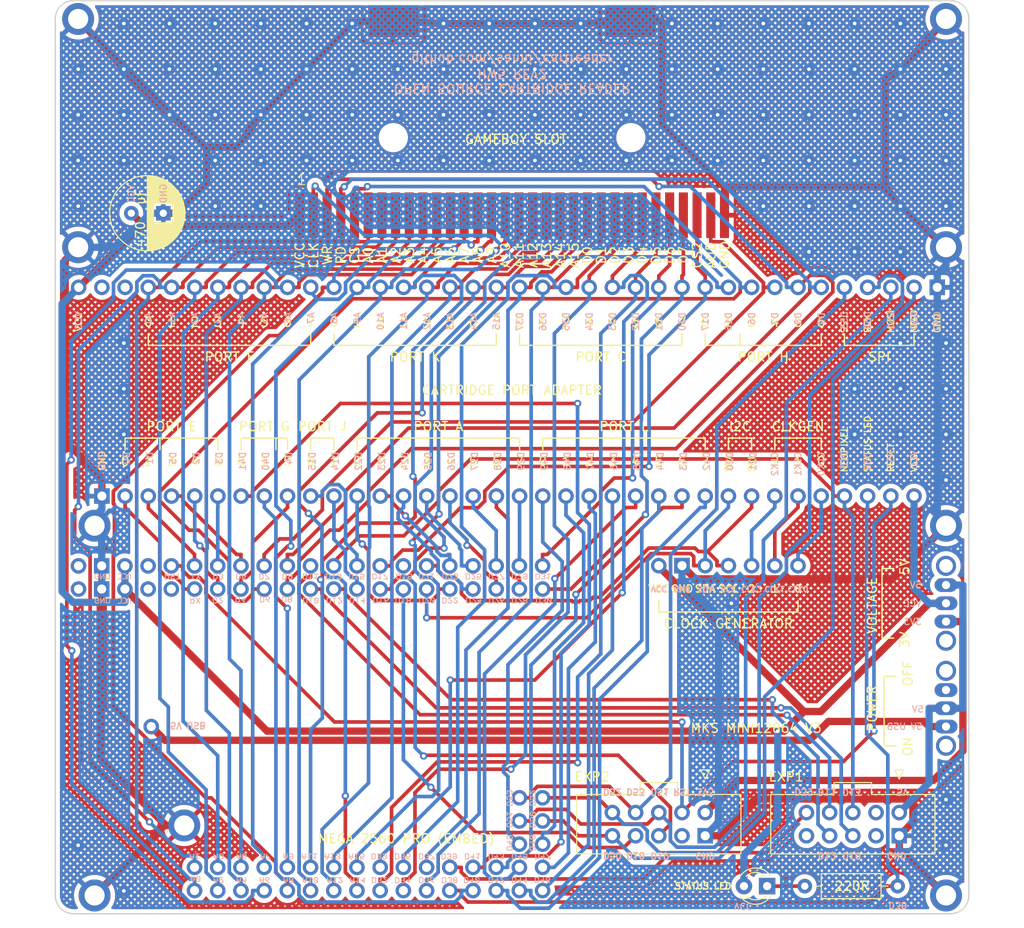
<source format=kicad_pcb>
(kicad_pcb (version 20211014) (generator pcbnew)

  (general
    (thickness 1.6)
  )

  (paper "A4")
  (title_block
    (title "OSCR HW5")
    (date "2022-06-04")
    (rev "V2")
  )

  (layers
    (0 "F.Cu" signal)
    (31 "B.Cu" signal)
    (32 "B.Adhes" user "B.Adhesive")
    (33 "F.Adhes" user "F.Adhesive")
    (34 "B.Paste" user)
    (35 "F.Paste" user)
    (36 "B.SilkS" user "B.Silkscreen")
    (37 "F.SilkS" user "F.Silkscreen")
    (38 "B.Mask" user)
    (39 "F.Mask" user)
    (40 "Dwgs.User" user "User.Drawings")
    (41 "Cmts.User" user "User.Comments")
    (42 "Eco1.User" user "User.Eco1")
    (43 "Eco2.User" user "User.Eco2")
    (44 "Edge.Cuts" user)
    (45 "Margin" user)
    (46 "B.CrtYd" user "B.Courtyard")
    (47 "F.CrtYd" user "F.Courtyard")
    (48 "B.Fab" user)
    (49 "F.Fab" user)
    (50 "User.1" user)
    (51 "User.2" user)
    (52 "User.3" user)
    (53 "User.4" user)
    (54 "User.5" user)
    (55 "User.6" user)
    (56 "User.7" user)
    (57 "User.8" user)
    (58 "User.9" user)
  )

  (setup
    (stackup
      (layer "F.SilkS" (type "Top Silk Screen"))
      (layer "F.Paste" (type "Top Solder Paste"))
      (layer "F.Mask" (type "Top Solder Mask") (color "Green") (thickness 0.01))
      (layer "F.Cu" (type "copper") (thickness 0.035))
      (layer "dielectric 1" (type "core") (thickness 1.51) (material "FR4") (epsilon_r 4.5) (loss_tangent 0.02))
      (layer "B.Cu" (type "copper") (thickness 0.035))
      (layer "B.Mask" (type "Bottom Solder Mask") (color "Green") (thickness 0.01))
      (layer "B.Paste" (type "Bottom Solder Paste"))
      (layer "B.SilkS" (type "Bottom Silk Screen"))
      (copper_finish "None")
      (dielectric_constraints no)
    )
    (pad_to_mask_clearance 0)
    (aux_axis_origin 100 150)
    (grid_origin 100 150)
    (pcbplotparams
      (layerselection 0x00010fc_ffffffff)
      (disableapertmacros false)
      (usegerberextensions false)
      (usegerberattributes true)
      (usegerberadvancedattributes true)
      (creategerberjobfile true)
      (svguseinch false)
      (svgprecision 6)
      (excludeedgelayer true)
      (plotframeref false)
      (viasonmask false)
      (mode 1)
      (useauxorigin false)
      (hpglpennumber 1)
      (hpglpenspeed 20)
      (hpglpendiameter 15.000000)
      (dxfpolygonmode true)
      (dxfimperialunits true)
      (dxfusepcbnewfont true)
      (psnegative false)
      (psa4output false)
      (plotreference true)
      (plotvalue false)
      (plotinvisibletext false)
      (sketchpadsonfab false)
      (subtractmaskfromsilk false)
      (outputformat 1)
      (mirror false)
      (drillshape 0)
      (scaleselection 1)
      (outputdirectory "main_pcb_gerber/")
    )
  )

  (net 0 "")
  (net 1 "D30")
  (net 2 "D31")
  (net 3 "D28")
  (net 4 "D29")
  (net 5 "D26")
  (net 6 "D27")
  (net 7 "D24")
  (net 8 "D25")
  (net 9 "D22")
  (net 10 "D23")
  (net 11 "D20")
  (net 12 "D21")
  (net 13 "D18")
  (net 14 "D19")
  (net 15 "D16")
  (net 16 "D17")
  (net 17 "D14")
  (net 18 "D15")
  (net 19 "D12")
  (net 20 "D13")
  (net 21 "D10")
  (net 22 "D11")
  (net 23 "D8")
  (net 24 "D9")
  (net 25 "D6")
  (net 26 "D7")
  (net 27 "D4")
  (net 28 "D5")
  (net 29 "D2")
  (net 30 "D3")
  (net 31 "D0")
  (net 32 "D1")
  (net 33 "unconnected-(J1-Pad33)")
  (net 34 "RESET")
  (net 35 "unconnected-(J1-Pad35)")
  (net 36 "unconnected-(J1-Pad36)")
  (net 37 "VCC")
  (net 38 "GND")
  (net 39 "unconnected-(J1-Pad41)")
  (net 40 "unconnected-(J1-Pad42)")
  (net 41 "D46")
  (net 42 "D47")
  (net 43 "D44")
  (net 44 "D45")
  (net 45 "D42")
  (net 46 "D43")
  (net 47 "D40")
  (net 48 "D41")
  (net 49 "D38")
  (net 50 "D39")
  (net 51 "D36")
  (net 52 "D37")
  (net 53 "D34")
  (net 54 "D32")
  (net 55 "D33")
  (net 56 "A14")
  (net 57 "A15")
  (net 58 "A12")
  (net 59 "A13")
  (net 60 "A10")
  (net 61 "A11")
  (net 62 "A8")
  (net 63 "A9")
  (net 64 "A6")
  (net 65 "A7")
  (net 66 "A4")
  (net 67 "A5")
  (net 68 "A2")
  (net 69 "A3")
  (net 70 "A0")
  (net 71 "A1")
  (net 72 "+3V3")
  (net 73 "+5V")
  (net 74 "D35")
  (net 75 "D53")
  (net 76 "D52")
  (net 77 "D51")
  (net 78 "D50")
  (net 79 "D49")
  (net 80 "D48")
  (net 81 "CLK2")
  (net 82 "CLK1")
  (net 83 "CLK0")
  (net 84 "unconnected-(J8-Pad4)")
  (net 85 "VBUS")
  (net 86 "Net-(D1-Pad1)")
  (net 87 "unconnected-(J3-Pad2)")
  (net 88 "unconnected-(J3-Pad3)")
  (net 89 "unconnected-(J9-Pad3)")
  (net 90 "unconnected-(J9-Pad4)")
  (net 91 "unconnected-(J9-Pad10)")
  (net 92 "unconnected-(SW2-Pad3)")

  (footprint "MountingHole:MountingHole_2.2mm_M2_ISO7380_Pad" (layer "F.Cu") (at 197.5 77))

  (footprint "Connector_PinHeader_2.54mm:PinHeader_1x07_P2.54mm_Vertical" (layer "F.Cu") (at 166.06 111.875 90))

  (footprint "MountingHole:MountingHole_2.2mm_M2_ISO7380_Pad" (layer "F.Cu") (at 104.3 148))

  (footprint "MountingHole:MountingHole_2.2mm_M2_ISO7380_Pad" (layer "F.Cu") (at 197.5 52))

  (footprint "Connector_PinSocket_2.54mm:PinSocket_1x36_P2.54mm_Vertical" (layer "F.Cu") (at 105.1 104.255 90))

  (footprint "MountingHole:MountingHole_2.2mm_M2_ISO7380_Pad" (layer "F.Cu") (at 102.5 77))

  (footprint "Button_Switch_THT:SW_CuK_OS102011MA1QN1_SPDT_Angled" (layer "F.Cu") (at 197.5 118 90))

  (footprint "Connector_PinSocket_2.54mm:PinSocket_1x38_P2.54mm_Vertical" (layer "F.Cu") (at 102.56 81.395 90))

  (footprint "Connector_PinSocket_2.54mm:PinSocket_2x21_P2.54mm_Vertical" (layer "F.Cu") (at 153.34 114.44 -90))

  (footprint "MountingHole:MountingHole_2.2mm_M2_ISO7380_Pad" (layer "F.Cu") (at 104.3 107.5))

  (footprint "MountingHole:MountingHole_2.2mm_M2_ISO7380_Pad" (layer "F.Cu") (at 114.11 140.33))

  (footprint "MountingHole:MountingHole_2.2mm_M2_ISO7380_Pad" (layer "F.Cu") (at 197.5 107.5))

  (footprint "Connector_PinSocket_2.54mm:PinSocket_2x16_P2.54mm_Vertical" (layer "F.Cu") (at 153.34 147.46 -90))

  (footprint "MountingHole:MountingHole_2.2mm_M2_ISO7380_Pad" (layer "F.Cu") (at 197.5 148))

  (footprint "Connector_IDC:IDC-Header_2x05_P2.54mm_Vertical" (layer "F.Cu") (at 192.38 138.92 -90))

  (footprint "LED_THT:LED_D3.0mm" (layer "F.Cu") (at 177.92 146.975 180))

  (footprint "MountingHole:MountingHole_2.2mm_M2_ISO7380_Pad" (layer "F.Cu") (at 102.5 52))

  (footprint "Connector_PinSocket_2.54mm:PinSocket_2x03_P2.54mm_Vertical" (layer "F.Cu") (at 150.8 142.38 180))

  (footprint "Connector_PinHeader_2.54mm:PinHeader_1x01_P2.54mm_Vertical" (layer "F.Cu") (at 110.5 129.5))

  (footprint "Capacitor_THT:CP_Radial_D8.0mm_P3.50mm" (layer "F.Cu") (at 108.32 73.275))

  (footprint "!sanni:GBA-SLOT-B" (layer "F.Cu") (at 150 68.5 90))

  (footprint "Connector_IDC:IDC-Header_2x05_P2.54mm_Vertical" (layer "F.Cu") (at 171.14 138.92 -90))

  (footprint "Resistor_THT:R_Axial_DIN0207_L6.3mm_D2.5mm_P10.16mm_Horizontal" (layer "F.Cu") (at 182.04 146.975))

  (footprint "Button_Switch_THT:SW_CuK_OS102011MA1QN1_SPDT_Angled" (layer "F.Cu") (at 197.5 129.5 90))

  (gr_line (start 152.9063 146.1343) (end 152.8131 146.0411) (layer "B.SilkS") (width 0.1) (tstamp 00390a56-5faa-48f3-86d5-89e466588bad))
  (gr_line (start 138.7022 113.3433) (end 138.8887 113.3433) (layer "B.SilkS") (width 0.1) (tstamp 0064d1d1-5a2b-488a-814d-ea6583716d7a))
  (gr_line (start 153.7874 143.5362) (end 154.1602 143.9091) (layer "B.SilkS") (width 0.1) (tstamp 0088e198-dc75-41e9-b904-4bafd4ea330b))
  (gr_line (start 154.1633 115.9735) (end 153.9769 115.9735) (layer "B.SilkS") (width 0.1) (tstamp 00b2c341-c2d6-474e-9fe2-08039cf94b6b))
  (gr_line (start 147.4984 146.0411) (end 147.4984 146.6004) (layer "B.SilkS") (width 0.1) (tstamp 013ab193-7ded-4210-8a58-9e8bf7584d74))
  (gr_line (start 122.4984 143.815799) (end 122.4984 143.443) (layer "B.SilkS") (width 0.1) (tstamp 015050db-6357-4617-b4c0-d03a3f660c19))
  (gr_line (start 125.1732 115.2872) (end 124.8935 115.2872) (layer "B.SilkS") (width 0.1) (tstamp 019def80-c86e-4bdb-99d4-cc54612a6c5c))
  (gr_line (start 138.1219 143.4397) (end 138.2151 143.5329) (layer "B.SilkS") (width 0.1) (tstamp 01a4f71e-f764-4cc8-a1b4-8b52f4c24e38))
  (gr_line (start 151.3504 115.6939) (end 151.2572 115.6007) (layer "B.SilkS") (width 0.1) (tstamp 01c008de-7249-467b-adbf-80a2d1f16d8f))
  (gr_line (start 150.0141 141.5394) (end 149.9209 141.4462) (layer "B.SilkS") (width 0.1) (tstamp 01f5ecc8-28a3-4fff-bf85-445a1241df01))
  (gr_line (start 141.183 146.0411) (end 141.0898 146.1343) (layer "B.SilkS") (width 0.1) (tstamp 02016eb3-ae9e-4700-95d2-deef0bf879b4))
  (gr_line (start 151.2572 115.6007) (end 151.2572 115.5075) (layer "B.SilkS") (width 0.1) (tstamp 023735e0-6185-4d8a-9b35-d45147460f6a))
  (gr_line (start 137.2324 146.6004) (end 137.512 146.6004) (layer "B.SilkS") (width 0.1) (tstamp 024d7e76-1845-40f7-9447-0ac96990a268))
  (gr_line (start 122.7986 146.414) (end 122.6122 146.6004) (layer "B.SilkS") (width 0.1) (tstamp 02a0d3b2-bd8e-493a-9de7-41380f7fe477))
  (gr_line (start 135.3059 146.1343) (end 135.3991 146.0411) (layer "B.SilkS") (width 0.1) (tstamp 02bda6a8-e802-4c10-8053-4822f0d6a4d7))
  (gr_line (start 120.4628 113.3467) (end 120.8356 113.3467) (layer "B.SilkS") (width 0.1) (tstamp 02f5ca65-0b7d-4b9d-a14b-a103ff003cda))
  (gr_line (start 105.3506 115.4042) (end 104.9778 115.9635) (layer "B.SilkS") (width 0.1) (tstamp 030f8952-9bca-4c67-87df-6d16ce4644d6))
  (gr_line (start 143.9654 146.2276) (end 143.8722 146.3208) (layer "B.SilkS") (width 0.1) (tstamp 036d5367-4389-4833-b96b-9588f237a027))
  (gr_line (start 151.4388 143.815799) (end 151.2524 143.7226) (layer "B.SilkS") (width 0.1) (tstamp 038f155c-4077-4942-b862-3f87ebd13225))
  (gr_line (start 132.4775 112.784) (end 132.1979 112.784) (layer "B.SilkS") (width 0.1) (tstamp 03a87c6f-5c51-4528-a0ec-d4c6640ad51e))
  (gr_line (start 151.2572 115.8803) (end 151.2572 115.7871) (layer "B.SilkS") (width 0.1) (tstamp 03cc5acf-b1ac-493a-836e-cc2cf71f893e))
  (gr_line (start 125.6134 113.3433) (end 125.7998 113.3433) (layer "B.SilkS") (width 0.1) (tstamp 03de843a-6ed0-4b76-8ebc-4fdd9b4ddb44))
  (gr_line (start 149.8277 141.8191) (end 149.9209 141.8191) (layer "B.SilkS") (width 0.1) (tstamp 03e0365f-a0f3-499c-b023-ce8b4e5ae7ff))
  (gr_line (start 133.4028 143.9989) (end 133.775599 143.9989) (layer "B.SilkS") (width 0.1) (tstamp 041bcd69-5bc6-4db7-97bb-b374f1295706))
  (gr_line (start 152.068 138.8742) (end 152.4409 138.8742) (layer "B.SilkS") (width 0.1) (tstamp 043d768f-140b-472b-b5ea-89094c76dc0c))
  (gr_line (start 146.2811 112.784) (end 146.4675 112.784) (layer "B.SilkS") (width 0.1) (tstamp 04487746-f18a-4396-8231-8d0b009b2817))
  (gr_line (start 154.1225 146.2276) (end 154.1225 146.1343) (layer "B.SilkS") (width 0.1) (tstamp 047ce6dd-031b-40a2-9b34-b278c747c528))
  (gr_line (start 120.5111 143.7226) (end 120.5111 144.0023) (layer "B.SilkS") (width 0.1) (tstamp 04cf62a4-832c-4d5b-b5f4-2d208bcf90cc))
  (gr_line (start 150.4059 146.5105) (end 150.4059 146.1377) (layer "B.SilkS") (width 0.1) (tstamp 050259b1-e35d-421d-a49e-c228afa1ebc0))
  (gr_line (start 145.6656 146.6004) (end 145.6656 146.0411) (layer "B.SilkS") (width 0.1) (tstamp 052c3264-c74d-4a76-815f-2776326427de))
  (gr_line (start 154.1602 143.9091) (end 154.1602 144.0023) (layer "B.SilkS") (width 0.1) (tstamp 0530b9f1-ceef-432e-8f4b-3f424dada304))
  (gr_line (start 115.7307 146.4734) (end 115.5443 146.4734) (layer "B.SilkS") (width 0.1) (tstamp 055d838d-95de-4e96-9537-1807111ea3fb))
  (gr_line (start 131.3874 146.414) (end 131.0145 146.0411) (layer "B.SilkS") (width 0.1) (tstamp 0584f620-b0aa-4fca-93c3-6099d7a20dd7))
  (gr_line (start 136.3497 113.2501) (end 136.3497 113.3433) (layer "B.SilkS") (width 0.1) (tstamp 05f43399-d8ed-4648-b662-963ecaaeaf68))
  (gr_line (start 149.4548 136.6167) (end 149.548 136.5235) (layer "B.SilkS") (width 0.1) (tstamp 068418ae-fc09-4b9c-8c83-226bdc2d7721))
  (gr_line (start 131.1396 143.5329) (end 131.1396 143.6261) (layer "B.SilkS") (width 0.1) (tstamp 068532ac-6016-4f3a-93a8-573d4174c5b0))
  (gr_line (start 152.9881 113.2501) (end 152.9881 112.8773) (layer "B.SilkS") (width 0.1) (tstamp 06867d19-d3a5-46f2-9811-1a6dd9e0a38a))
  (gr_line (start 104.7229 113.0537) (end 104.7229 112.8673) (layer "B.SilkS") (width 0.1) (tstamp 06e10568-7def-434b-91a2-4c34cabab79f))
  (gr_line (start 142.4307 113.3433) (end 142.7104 113.3433) (layer "B.SilkS") (width 0.1) (tstamp 076db0ba-7257-4630-92be-23049e421c60))
  (gr_line (start 138.8752 115.6007) (end 138.782 115.6939) (layer "B.SilkS") (width 0.1) (tstamp 07c64225-1d94-459e-9671-ef50016b8a5b))
  (gr_line (start 148.7864 143.9989) (end 148.6932 143.905699) (layer "B.SilkS") (width 0.1) (tstamp 085e6971-1751-4e09-a97e-583a7ef0a935))
  (gr_line (start 108.24 112.9422) (end 108.0536 112.7558) (layer "B.SilkS") (width 0.1) (tstamp 086ca3ea-35b8-457c-a0d6-587aa71e57e3))
  (gr_line (start 138.2133 146.2276) (end 138.1201 146.3208) (layer "B.SilkS") (width 0.1) (tstamp 08b95b3b-f75c-468e-88f1-ac2c911e1a3d))
  (gr_line (start 120.2276 112.8806) (end 120.1343 112.7874) (layer "B.SilkS") (width 0.1) (tstamp 091f526c-4dcf-4f15-b41e-5fa99740053f))
  (gr_line (start 117.3425 112.784) (end 117.3425 113.3433) (layer "B.SilkS") (width 0.1) (tstamp 097659fc-d6af-45d2-b3f2-12d32f6b1119))
  (gr_line (start 146.1878 113.0637) (end 146.1878 113.3433) (layer "B.SilkS") (width 0.1) (tstamp 099fe64c-23cf-4016-81b0-6732b5342634))
  (gr_line (start 125.5948 115.5669) (end 125.5016 115.4737) (layer "B.SilkS") (width 0.1) (tstamp 09aa150a-1843-4bac-a3e1-3b2bc6bcb6b0))
  (gr_line (start 147.5101 112.784) (end 147.5101 113.3433) (layer "B.SilkS") (width 0.1) (tstamp 09ef0c93-ab63-4ffe-a33d-659495d2b362))
  (gr_line (start 141.3696 115.4142) (end 141.4628 115.5075) (layer "B.SilkS") (width 0.1) (tstamp 0a29318d-b121-494e-b5fa-101c659b7ef9))
  (gr_line (start 151.63 115.7871) (end 151.63 115.8803) (layer "B.SilkS") (width 0.1) (tstamp 0a2d0d31-c0ca-4fea-92cc-923c206665d1))
  (gr_line (start 115.81 115.4176) (end 115.4371 115.9768) (layer "B.SilkS") (width 0.1) (tstamp 0a4615fe-61a6-422b-8f0c-d89b2a7e477a))
  (gr_line (start 136.0669 115.5075) (end 136.0669 115.6939) (layer "B.SilkS") (width 0.1) (tstamp 0a680f35-c24d-4229-82ef-94ba4096d8b4))
  (gr_line (start 148.5097 115.7871) (end 148.1368 115.4142) (layer "B.SilkS") (width 0.1) (tstamp 0a7ac6bc-dcb3-4f24-9eec-433ac5c205fc))
  (gr_line (start 144.7778 146.0411) (end 144.7778 146.6004) (layer "B.SilkS") (width 0.1) (tstamp 0a942473-6998-409e-bc7e-715573ec8ae6))
  (gr_line (start 118.0881 146.6004) (end 118.2745 146.6004) (layer "B.SilkS") (width 0.1) (tstamp 0aedcd95-036b-4e7c-81e8-e311879b1e48))
  (gr_line (start 127.4207 143.4397) (end 127.4207 143.8125) (layer "B.SilkS") (width 0.1) (tstamp 0afe25d2-d810-401a-8928-4896b32e7a8a))
  (gr_line (start 150.4091 143.9091) (end 150.4091 143.5362) (layer "B.SilkS") (width 0.1) (tstamp 0aff5468-b428-440c-935b-25c2edc5c1a3))
  (gr_line (start 141.451 143.9989) (end 141.0781 143.9989) (layer "B.SilkS") (width 0.1) (tstamp 0b01c73e-7ad4-457b-9463-04f0f24cd1a3))
  (gr_line (start 147.4771 143.9989) (end 147.7567 143.9989) (layer "B.SilkS") (width 0.1) (tstamp 0b147a50-2f26-4dc2-9b36-11faf9b9780a))
  (gr_line (start 122.8337 115.3805) (end 122.7405 115.2872) (layer "B.SilkS") (width 0.1) (tstamp 0b1b7f06-92bf-420f-83fe-0edeee5d9457))
  (gr_line (start 138.1874 112.784) (end 138.1874 113.3433) (layer "B.SilkS") (width 0.1) (tstamp 0b3569b0-40ef-4bed-85e8-08779d63fdd6))
  (gr_line (start 154.1633 115.4142) (end 154.2565 115.5075) (layer "B.SilkS") (width 0.1) (tstamp 0b362c44-4699-476d-8d26-1da5474e6508))
  (gr_line (start 147.7897 113.3433) (end 147.8829 113.2501) (layer "B.SilkS") (width 0.1) (tstamp 0b5346e4-98c1-4bfe-ab38-ea6ddbed37e6))
  (gr_line (start 125.5016 115.4737) (end 125.5016 115.3805) (layer "B.SilkS") (width 0.1) (tstamp 0b83b8b3-3d05-4586-b1e9-03fa7b2a0a5d))
  (gr_line (start 140.5582 113.3433) (end 140.7446 113.3433) (layer "B.SilkS") (width 0.1) (tstamp 0bf99ee2-5bb9-42a1-83c2-286ab07aa002))
  (gr_line (start 153.5962 113.1569) (end 153.5962 113.2501) (layer "B.SilkS") (width 0.1) (tstamp 0c60bed5-0812-440c-ac90-c6f86ac1f7cf))
  (gr_line (start 142.9844 146.1343) (end 143.0777 146.0411) (layer "B.SilkS") (width 0.1) (tstamp 0cabaa1e-22ed-4894-864f-5537186565d8))
  (gr_line (start 137.6725 113.3433) (end 137.7657 113.2501) (layer "B.SilkS") (width 0.1) (tstamp 0cb8a6e5-4f74-4c07-bd49-b6bfc711d1ff))
  (gr_line (start 123.4793 144.0023) (end 123.1065 144.0023) (layer "B.SilkS") (width 0.1) (tstamp 0cd9ef36-bd70-4c7f-92d3-1ff5c3b7c7b6))
  (gr_line (start 149.8277 136.5235) (end 149.9209 136.5235) (layer "B.SilkS") (width 0.1) (tstamp 0cf443e1-3612-4395-8fda-f22617f7ddbb))
  (gr_line (start 151.3456 143.443) (end 151.532 143.443) (layer "B.SilkS") (width 0.1) (tstamp 0d18d61d-e174-41d5-9645-5d2a4ee545cc))
  (gr_line (start 119.906 146.4173) (end 119.906 146.0445) (layer "B.SilkS") (width 0.1) (tstamp 0d221f30-1927-4a3e-91c0-908fdf83e0a0))
  (gr_line (start 140.7613 146.3208) (end 140.8546 146.414) (layer "B.SilkS") (width 0.1) (tstamp 0d251d83-407c-4b04-a62a-8e06010f8c9a))
  (gr_line (start 145.994 146.5072) (end 145.994 146.1343) (layer "B.SilkS") (width 0.1) (tstamp 0d28f117-87eb-4d85-807d-99d77747ae7a))
  (gr_line (start 143.3573 146.2276) (end 143.2641 146.3208) (layer "B.SilkS") (width 0.1) (tstamp 0d8bfe5a-e98b-4a01-bc16-052164a63a49))
  (gr_line (start 107.8671 112.9422) (end 107.8671 113.315) (layer "B.SilkS") (width 0.1) (tstamp 0daa5511-1707-4b50-965c-b81c1e8d5114))
  (gr_line (start 136.3497 113.3433) (end 135.9768 113.3433) (layer "B.SilkS") (width 0.1) (tstamp 0dbe83a3-bd99-4f23-8f41-68edc629bcf1))
  (gr_line (start 150.3206 115.4142) (end 150.041 115.4142) (layer "B.SilkS") (width 0.1) (tstamp 0dbeb66f-4fc6-450f-bfe6-a8cf9cc9f854))
  (gr_line (start 126 146.2276) (end 125.9068 146.3208) (layer "B.SilkS") (width 0.1) (tstamp 0df7ac7a-07e2-42b0-a506-7c4ef8611434))
  (gr_line (start 130.5518 115.4142) (end 130.5518 115.9735) (layer "B.SilkS") (width 0.1) (tstamp 0df847bf-e8a9-4997-b7ac-1608ae1f7a53))
  (gr_line (start 140.7615 115.9735) (end 140.8548 115.8803) (layer "B.SilkS") (width 0.1) (tstamp 0e247474-457a-4859-a1ce-bd52ad605ba0))
  (gr_line (start 105.8459 112.7741) (end 105.5662 112.7741) (layer "B.SilkS") (width 0.1) (tstamp 0e47333d-3fac-40a3-ba37-fd794a6096f6))
  (gr_line (start 133.0773 115.9735) (end 132.890799 115.7871) (layer "B.SilkS") (width 0.1) (tstamp 0e4ee42e-ceb1-4b99-bca4-7d0d008282c0))
  (gr_line (start 150.0141 142.7556) (end 149.9209 142.6624) (layer "B.SilkS") (width 0.1) (tstamp 0f403842-0aa0-4a51-b87a-80f8fb6c740e))
  (gr_line (start 137.512 146.6004) (end 137.6052 146.5072) (layer "B.SilkS") (width 0.1) (tstamp 0f56ab2e-513a-4996-b12a-87e1618e0e6c))
  (gr_line (start 152.8508 144.0023) (end 152.9441 143.9091) (layer "B.SilkS") (width 0.1) (tstamp 0fa0af66-67b2-455c-844a-d1df9fd9a517))
  (gr_line (start 122.6848 144.0023) (end 122.4984 143.815799) (layer "B.SilkS") (width 0.1) (tstamp 0fba11bb-81e6-4b43-8f3d-619fc1a77089))
  (gr_line (start 104.4433 112.7741) (end 104.35 112.8673) (layer "B.SilkS") (width 0.1) (tstamp 0fd10b68-07e4-4344-b65c-aba5c33be4a7))
  (gr_line (start 142.6843 143.5329) (end 142.5911 143.4397) (layer "B.SilkS") (width 0.1) (tstamp 102fcbbe-d2a0-4346-8d5c-a6c3569d0b13))
  (gr_line (start 143.9654 146.1343) (end 143.9654 146.2276) (layer "B.SilkS") (width 0.1) (tstamp 105c1593-c568-4944-9880-e90c2f06e0c1))
  (gr_line (start 153.462 115.6939) (end 153.5552 115.6939) (layer "B.SilkS") (width 0.1) (tstamp 10656607-7e16-480c-91a3-c6fe57dc87e6))
  (gr_line (start 119.903 143.815799) (end 119.903 143.443) (layer "B.SilkS") (width 0.1) (tstamp 1073b8a9-5cf1-447a-b8bd-71d016ae9066))
  (gr_line (start 120.8356 113.067) (end 120.7424 113.1602) (layer "B.SilkS") (width 0.1) (tstamp 10870106-98a1-44a2-887c-0990cea32cf6))
  (gr_line (start 143.7401 113.3433) (end 143.6469 113.2501) (layer "B.SilkS") (width 0.1) (tstamp 10a3470a-0a69-481e-ae2d-e7a91beeb933))
  (gr_line (start 132.4775 113.3433) (end 132.5707 113.2501) (layer "B.SilkS") (width 0.1) (tstamp 10b3f288-e523-4c06-a3c8-2373f3c67c63))
  (gr_line (start 107.1438 112.7671) (end 106.8641 112.7671) (layer "B.SilkS") (width 0.1) (tstamp 10f01835-2148-4e32-8271-ccc8f284fbf5))
  (gr_line (start 125.8745 115.4737) (end 125.7813 115.5669) (layer "B.SilkS") (width 0.1) (tstamp 11104fe6-839f-45c6-a2d9-f9525a6ccf0e))
  (gr_line (start 150.4139 115.8803) (end 150.4139 115.5075) (layer "B.SilkS") (width 0.1) (tstamp 111cd05e-3db9-4cdf-82bf-daf899ea84a1))
  (gr_line (start 129.6755 112.784) (end 129.6755 113.3433) (layer "B.SilkS") (width 0.1) (tstamp 11409b39-4c3b-4dc8-9023-fa67aadc0098))
  (gr_line (start 132.2827 115.4142) (end 132.2827 115.9735) (layer "B.SilkS") (width 0.1) (tstamp 1179acc1-ddbb-4547-8897-1307cf21b031))
  (gr_line (start 130.86 143.9989) (end 130.7668 143.905699) (layer "B.SilkS") (width 0.1) (tstamp 1182d858-3fa0-4353-8a3b-45117b09c0ac))
  (gr_line (start 138.7022 113.0637) (end 138.609 113.1569) (layer "B.SilkS") (width 0.1) (tstamp 11a3d783-05ed-4598-9a8d-d52fe831832a))
  (gr_line (start 144.7778 146.6004) (end 145.0575 146.6004) (layer "B.SilkS") (width 0.1) (tstamp 11f1a6a2-4f6a-4833-aa27-3ee8140503c7))
  (gr_line (start 128.5626 112.784) (end 128.5626 113.3433) (layer "B.SilkS") (width 0.1) (tstamp 1222b775-bca7-402f-8c7f-e33fc63ba0f6))
  (gr_line (start 106.8641 113.3264) (end 107.1438 113.3264) (layer "B.SilkS") (width 0.1) (tstamp 127afca0-469e-41b9-a07e-ce9954c14780))
  (gr_line (start 125.1732 115.8465) (end 125.2664 115.7533) (layer "B.SilkS") (width 0.1) (tstamp 1295009c-cc65-4b27-8adb-0eed29a92665))
  (gr_line (start 151.9748 137.2248) (end 152.068 137.1316) (layer "B.SilkS") (width 0.1) (tstamp 13aadb27-120f-4a9d-87e9-41c9e7726357))
  (gr_line (start 117.5744 115.4142) (end 117.2948 115.4142) (layer "B.SilkS") (width 0.1) (tstamp 13add243-bfe0-4a68-8e8f-051b792750a5))
  (gr_line (start 143.8072 143.4397) (end 143.6208 143.4397) (layer "B.SilkS") (width 0.1) (tstamp 13c7fb07-5164-4675-9ae3-ea78500dbff2))
  (gr_line (start 124.9121 113.3433) (end 125.1918 113.3433) (layer "B.SilkS") (width 0.1) (tstamp 13d0dc9e-aeef-4052-afb8-2864c4d3b262))
  (gr_line (start 152.8949 113.3433) (end 152.9881 113.2501) (layer "B.SilkS") (width 0.1) (tstamp 13f09271-010d-4a60-83f8-5b37fdbda846))
  (gr_line (start 128.3896 115.5075) (end 128.4828 115.4142) (layer "B.SilkS") (width 0.1) (tstamp 13fac4da-f8cc-422d-84ff-f09870db5ce5))
  (gr_line (start 152.1613 141.4462) (end 152.2545 141.5394) (layer "B.SilkS") (width 0.1) (tstamp 141166ae-1077-4423-a9ed-9470fb19c132))
  (gr_line (start 123.1621 115.2872) (end 123.0689 115.3805) (layer "B.SilkS") (width 0.1) (tstamp 1415e980-ac4c-4b5f-a36d-a926ae6a0b02))
  (gr_line (start 135.5552 112.784) (end 135.5552 113.3433) (layer "B.SilkS") (width 0.1) (tstamp 14554cb4-c298-4719-81b9-e09c6d86312b))
  (gr_line (start 114.843 146.287) (end 114.843 145.9141) (layer "B.SilkS") (width 0.1) (tstamp 14565d94-3b12-46e9-b4b2-bc0fec5c7deb))
  (gr_line (start 107.73 115.895) (end 107.73 115.5221) (layer "B.SilkS") (width 0.1) (tstamp 14754ce5-005f-4463-8a0a-d31c77f57ac1))
  (gr_line (start 115.8239 146.0073) (end 115.8239 146.3802) (layer "B.SilkS") (width 0.1) (tstamp 14e2779d-d9b9-4c66-adfa-fcd1a9f02a99))
  (gr_line (start 143.1102 115.9735) (end 143.2966 115.9735) (layer "B.SilkS") (width 0.1) (tstamp 15435d5f-6004-49ff-8ef0-83966e501f05))
  (gr_line (start 152.9471 115.9735) (end 153.0403 115.8803) (layer "B.SilkS") (width 0.1) (tstamp 1569eb46-16c2-4ff6-90d5-187e0506ecf9))
  (gr_line (start 138.2671 115.4142) (end 137.8943 115.4142) (layer "B.SilkS") (width 0.1) (tstamp 16319c46-0730-4c48-9416-4d51a83b6731))
  (gr_line (start 115.2019 115.8836) (end 115.1087 115.9768) (layer "B.SilkS") (width 0.1) (tstamp 167d17b3-f1c8-4feb-bcc3-6f050e8ea19a))
  (gr_line (start 131.2645 113.2501) (end 131.1713 113.3433) (layer "B.SilkS") (width 0.1) (tstamp 16d4a007-f39e-4588-874f-64b939c3d661))
  (gr_line (start 150.0141 136.6167) (end 150.0141 136.8031) (layer "B.SilkS") (width 0.1) (tstamp 170677e4-82db-48f2-b29b-91cc6552428f))
  (gr_line (start 151.9748 139.5755) (end 152.068 139.4823) (layer "B.SilkS") (width 0.1) (tstamp 17109f74-a3d1-4b18-a498-6cf341cf20aa))
  (gr_line (start 149.0991 113.3433) (end 148.7263 113.3433) (layer "B.SilkS") (width 0.1) (tstamp 17b7a16e-4e51-4e19-9a6d-0c59caa25ff1))
  (gr_line (start 140.1532 146.6004) (end 140.2465 146.5072) (layer "B.SilkS") (width 0.1) (tstamp 17e37b1b-6f78-44ce-bcd2-ed5a3d6f4614))
  (gr_line (start 127.4207 143.8125) (end 127.2342 143.9989) (layer "B.SilkS") (width 0.1) (tstamp 17fcefec-a1ed-485c-a1d9-73c05dfbb548))
  (gr_line (start 150.3158 143.443) (end 150.0362 143.443) (layer "B.SilkS") (width 0.1) (tstamp 180bbe56-8157-4738-b07a-ff4175f1ee5c))
  (gr_line (start 107.3571 115.9882) (end 107.6368 115.9882) (layer "B.SilkS") (width 0.1) (tstamp 18554fd6-ca93-4bf4-a9bb-1c7525d040ba))
  (gr_line (start 148.9729 143.4397) (end 149.0661 143.5329) (layer "B.SilkS") (width 0.1) (tstamp 185ad006-019e-43f9-a3af-37caccc794c0))
  (gr_line (start 153.7497 146.3208) (end 154.0293 146.3208) (layer "B.SilkS") (width 0.1) (tstamp 187209fb-646d-4969-9078-d9f45c5f85e1))
  (gr_line (start 149.0246 115.6939) (end 149.1178 115.6007) (layer "B.SilkS") (width 0.1) (tstamp 195527bd-d8ac-4208-841b-687b4b0fb67e))
  (gr_line (start 151.2572 115.7871) (end 151.3504 115.6939) (layer "B.SilkS") (width 0.1) (tstamp 19796ed5-38e3-4a15-bcb6-03bf9c5a4ec0))
  (gr_line (start 149.548 139.8497) (end 149.4548 139.7565) (layer "B.SilkS") (width 0.1) (tstamp 19ae0bf8-ab76-4b7f-8671-cd6040e2637b))
  (gr_line (start 151.9748 141.5394) (end 152.068 141.4462) (layer "B.SilkS") (width 0.1) (tstamp 1a3d8b75-b189-4f38-ba7b-7f82fd0be720))
  (gr_line (start 125.7203 146.0411) (end 125.9068 146.0411) (layer "B.SilkS") (width 0.1) (tstamp 1a45cd83-9829-48fb-89f5-67c537f61ccf))
  (gr_line (start 132.5707 112.8773) (end 132.4775 112.784) (layer "B.SilkS") (width 0.1) (tstamp 1a56a976-ed20-48ab-85f4-9805a206abc2))
  (gr_line (start 117.9506 112.8773) (end 118.0438 112.784) (layer "B.SilkS") (width 0.1) (tstamp 1abea863-b437-4592-88d8-4b144623d593))
  (gr_line (start 145.0191 115.4142) (end 145.0191 115.9735) (layer "B.SilkS") (width 0.1) (tstamp 1af8f438-43ad-4b7e-b785-1cc71d73c7ce))
  (gr_line (start 128.3896 115.8803) (end 128.3896 115.5075) (layer "B.SilkS") (width 0.1) (tstamp 1b041a8c-0298-4e6b-b37e-700392cb65d5))
  (gr_line (start 148.2114 113.3433) (end 148.3978 113.3433) (layer "B.SilkS") (width 0.1) (tstamp 1b13c89c-f9bc-4c0f-9efa-220fabbc5681))
  (gr_line (start 143.7401 112.784) (end 143.9265 112.784) (layer "B.SilkS") (width 0.1) (tstamp 1b18db54-6583-484a-8860-b986da31e964))
  (gr_line (start 108.0536 112.7558) (end 107.8671 112.9422) (layer "B.SilkS") (width 0.1) (tstamp 1b22cde5-b4b0-4dc4-ad06-372e265b754d))
  (gr_line (start 151.63 115.6007) (end 151.5368 115.6939) (layer "B.SilkS") (width 0.1) (tstamp 1b391b93-47bc-44d0-983c-af0659bbda0a))
  (gr_line (start 145.1647 143.9989) (end 145.258 143.905699) (layer "B.SilkS") (width 0.1) (tstamp 1b63bae9-7e4d-4db0-b913-88eff9113a08))
  (gr_line (start 127.4396 113.3433) (end 127.5328 113.2501) (layer "B.SilkS") (width 0.1) (tstamp 1bb8ef4e-23b1-4928-a4bf-dcf9b94668ce))
  (gr_line (start 117.7153 113.2501) (end 117.7153 112.8773) (layer "B.SilkS") (width 0.1) (tstamp 1c358ae2-9db2-4b30-b23a-0e15cc0429cd))
  (gr_line (start 136.0669 115.6939) (end 136.3465 115.6939) (layer "B.SilkS") (width 0.1) (tstamp 1c836a37-8fbc-47e3-b8d1-2ee69249f61a))
  (gr_line (start 153.5144 146.3208) (end 153.1416 146.3208) (layer "B.SilkS") (width 0.1) (tstamp 1ca53af6-247c-4d81-96a9-e62f826d061c))
  (gr_line (start 150.6491 115.8803) (end 150.7423 115.9735) (layer "B.SilkS") (width 0.1) (tstamp 1cbed2d4-eb6f-48ac-9622-9ca36e2ad378))
  (gr_line (start 140.8429 143.8125) (end 140.8429 143.905699) (layer "B.SilkS") (width 0.1) (tstamp 1cc53bda-b722-4fbd-a603-b4e6997a93e3))
  (gr_line (start 107.3641 113.3264) (end 107.6438 113.3264) (layer "B.SilkS") (width 0.1) (tstamp 1d193ef4-1435-4ee9-9279-abd056ba8b26))
  (gr_line (start 127.16 112.784) (end 127.16 113.3433) (layer "B.SilkS") (width 0.1) (tstamp 1d2f85ab-d98d-4f41-8867-60c31c62bcf4))
  (gr_line (start 134.9379 143.9989) (end 135.0311 143.905699) (layer "B.SilkS") (width 0.1) (tstamp 1d500a4f-83a0-4da2-be37-49a6510ac73d))
  (gr_line (start 138.782 115.9735) (end 138.5956 115.9735) (layer "B.SilkS") (width 0.1) (tstamp 1d611eb9-f703-41eb-8e12-72d40189df2d))
  (gr_line (start 150.0141 140.1781) (end 149.9209 140.0849) (layer "B.SilkS") (width 0.1) (tstamp 1d6b409e-71d6-421b-b7ec-721fb44d1621))
  (gr_line (start 120.2758 143.815799) (end 120.0894 144.0023) (layer "B.SilkS") (width 0.1) (tstamp 1df00195-5a89-47ef-b0f3-81f05edcddff))
  (gr_line (start 107.6438 112.7671) (end 107.3641 112.7671) (layer "B.SilkS") (width 0.1) (tstamp 1e011c3d-99cb-426b-9ea3-9006fe09eee0))
  (gr_line (start 149.9209 141.4462) (end 149.548 141.4462) (layer "B.SilkS") (width 0.1) (tstamp 1e1c285d-4e94-4f95-bd0b-34d74b777444))
  (gr_line (start 117.9949 146.5072) (end 118.0881 146.6004) (layer "B.SilkS") (width 0.1) (tstamp 1e62998d-de44-41db-8132-f08e30e205bf))
  (gr_line (start 134.9379 143.4397) (end 134.6583 143.4397) (layer "B.SilkS") (width 0.1) (tstamp 1e8dce89-e2ae-46f6-93bb-a664c178cf1d))
  (gr_line (start 131.3874 146.5072) (end 131.3874 146.414) (layer "B.SilkS") (width 0.1) (tstamp 1eae9e03-e392-4c30-9f2b-cac47f48512b))
  (gr_line (start 128.6368 143.4397) (end 128.264 143.4397) (layer "B.SilkS") (width 0.1) (tstamp 1ebd1bdd-6263-4963-9ed4-bf7578bc4532))
  (gr_line (start 152.1613 141.8191) (end 152.068 141.8191) (layer "B.SilkS") (width 0.1) (tstamp 1ee4b72d-b240-481a-9d64-3428d7a893fb))
  (gr_line (start 146.2353 115.6939) (end 146.515 115.9735) (layer "B.SilkS") (width 0.1) (tstamp 1f0e3b02-402a-4690-be12-d005491c3cab))
  (gr_line (start 130.0483 112.8773) (end 129.9551 112.784) (layer "B.SilkS") (width 0.1) (tstamp 1f276cb3-5767-4f34-be8f-9aa16a319fde))
  (gr_line (start 150.7423 115.9735) (end 150.9287 115.9735) (layer "B.SilkS") (width 0.1) (tstamp 1f2e48a5-4d39-4866-925e-412e0bfacbde))
  (gr_line (start 120.6043 143.443) (end 120.7907 143.443) (layer "B.SilkS") (width 0.1) (tstamp 1f51fb70-475d-4d7a-b392-02f0a1d23208))
  (gr_line (start 151.3437 113.3433) (end 151.5301 113.3433) (layer "B.SilkS") (width 0.1) (tstamp 1f6b33e6-ee5b-45af-b9da-7edcee046434))
  (gr_line (start 149.0661 143.5329) (end 149.0661 143.6261) (layer "B.SilkS") (width 0.1) (tstamp 1f74ffc7-39b7-4d85-8172-620652bb230c))
  (gr_line (start 148.3862 146.6004) (end 148.3862 146.0411) (layer "B.SilkS") (width 0.1) (tstamp 20414d7d-2973-491a-8258-c26e04f70d0a))
  (gr_line (start 143.1992 143.4397) (end 143.2924 143.5329) (layer "B.SilkS") (width 0.1) (tstamp 206c630e-1523-4f25-8065-78d1ae4e32df))
  (gr_line (start 107.1368 115.9882) (end 107.23 115.895) (layer "B.SilkS") (width 0.1) (tstamp 209d4cba-22de-4a61-8d1e-dcdeb9d1b7f4))
  (gr_line (start 150.0141 142.1475) (end 149.4548 142.1475) (layer "B.SilkS") (width 0.1) (tstamp 20b127a1-6175-4264-814b-b1571254c978))
  (gr_line (start 143.3898 115.8803) (end 143.3898 115.7871) (layer "B.SilkS") (width 0.1) (tstamp 20de4e0c-6b01-4dd6-8f71-f64b329b5852))
  (gr_line (start 142.8036 113.2501) (end 142.8036 112.8773) (layer "B.SilkS") (width 0.1) (tstamp 21498dde-e8d4-4576-8865-726fd3bfdda2))
  (gr_line (start 125.5202 113.2501) (end 125.6134 113.3433) (layer "B.SilkS") (width 0.1) (tstamp 215e64d4-fd40-499a-a1f2-3df4817fe5cd))
  (gr_line (start 153.7497 146.3208) (end 153.9361 146.5072) (layer "B.SilkS") (width 0.1) (tstamp 2177648d-65a9-42c6-9b26-7edf231c439d))
  (gr_line (start 125.9095 143.4397) (end 125.7231 143.4397) (layer "B.SilkS") (width 0.1) (tstamp 2223e7e7-827f-46db-99ff-9ac3c3e503dd))
  (gr_line (start 149.7345 136.7099) (end 149.7345 136.6167) (layer "B.SilkS") (width 0.1) (tstamp 2254d33d-3de9-4832-b932-ed1dfdab36bd))
  (gr_line (start 120.0894 144.0023) (end 119.903 143.815799) (layer "B.SilkS") (width 0.1) (tstamp 22cd9671-fe1a-4465-86b6-9fd9409d1e2d))
  (gr_line (start 150.0343 113.3433) (end 150.3139 113.3433) (layer "B.SilkS") (width 0.1) (tstamp 22dc4e23-9e0e-4002-8fdb-5c69589ae23c))
  (gr_line (start 148.7449 115.6939) (end 149.0246 115.6939) (layer "B.SilkS") (width 0.1) (tstamp 235879bd-6c11-471e-aa85-64816b11be58))
  (gr_line (start 112.748 112.7741) (end 112.9344 112.7741) (layer "B.SilkS") (width 0.1) (tstamp 23612b1c-f9ec-4fa9-8789-187964eb3e7e))
  (gr_line (start 142.7104 113.3433) (end 142.8036 113.2501) (layer "B.SilkS") (width 0.1) (tstamp 23958592-44b9-4bec-a26f-d8d870bba766))
  (gr_line (start 131.2645 113.1569) (end 131.2645 113.2501) (layer "B.SilkS") (width 0.1) (tstamp 23b7fa2a-a4c4-43fa-a4d8-da74f9a85dd1))
  (gr_line (start 146.0872 146.0411) (end 146.2737 146.0411) (layer "B.SilkS") (width 0.1) (tstamp 23befa7f-7920-467a-9d67-8cfc04aa0f96))
  (gr_line (start 150.033 146.6037) (end 150.3127 146.6037) (layer "B.SilkS") (width 0.1) (tstamp 24089ee6-2829-4ddc-8dfb-d3e20d474d33))
  (gr_line (start 122.8712 143.815799) (end 122.6848 144.0023) (layer "B.SilkS") (width 0.1) (tstamp 242d54b6-8009-4de5-a9ab-88da29050667))
  (gr_line (start 143.9265 112.784) (end 144.0198 112.8773) (layer "B.SilkS") (width 0.1) (tstamp 2433727e-1fca-4734-9a71-9e8473db8016))
  (gr_line (start 112.0467 113.3334) (end 112.0467 112.7741) (layer "B.SilkS") (width 0.1) (tstamp 24373f28-62cd-4e34-ba59-4b537b15993d))
  (gr_line (start 107.73 115.5221) (end 107.6368 115.4289) (layer "B.SilkS") (width 0.1) (tstamp 24588b7d-9780-4acf-b45c-4fb57975bde0))
  (gr_line (start 148.7263 112.784) (end 148.7263 112.8773) (layer "B.SilkS") (width 0.1) (tstamp 25010ecc-d5f7-48d9-b833-4cde3e1ba003))
  (gr_line (start 130.0369 115.4142) (end 129.7573 115.4142) (layer "B.SilkS") (width 0.1) (tstamp 2513e369-7743-47b0-ac25-c38627d07e28))
  (gr_line (start 151.63 115.5075) (end 151.63 115.6007) (layer "B.SilkS") (width 0.1) (tstamp 25374509-7ac7-48eb-ba4e-b4da9ee5b7ef))
  (gr_line (start 151.2524 143.7226) (end 151.2524 144.0023) (layer "B.SilkS") (width 0.1) (tstamp 255e0815-f80a-4a46-b448-b9477b8e4e0c))
  (gr_line (start 112.3263 113.3334) (end 112.0467 113.3334) (layer "B.SilkS") (width 0.1) (tstamp 257d05c1-bcf5-4056-ba5d-9a784cd16334))
  (gr_line (start 149.7345 139.4768) (end 149.8277 139.57) (layer "B.SilkS") (width 0.1) (tstamp 2584a9e8-09c9-4480-ac49-d7ef403b0718))
  (gr_line (start 129.7573 115.9735) (end 130.0369 115.9735) (layer "B.SilkS") (width 0.1) (tstamp 25aa612a-3a7c-4191-ab69-74c04107bea0))
  (gr_line (start 123.0689 115.3805) (end 123.0689 115.5669) (layer "B.SilkS") (width 0.1) (tstamp 267310e8-9faa-47d1-95a4-6cf7d3015e1e))
  (gr_line (start 142.5911 143.4397) (end 142.3114 143.4397) (layer "B.SilkS") (width 0.1) (tstamp 26cd9a21-de36-435a-a2b1-7177c7ef347d))
  (gr_line (start 129.6755 113.3433) (end 129.9551 113.3433) (layer "B.SilkS") (width 0.1) (tstamp 26fcfa17-de22-4e36-8b83-002d6d58d908))
  (gr_line (start 149.548 142.6624) (end 149.4548 142.7556) (layer "B.SilkS") (width 0.1) (tstamp 27780ec4-e32e-4cfe-bb34-58908f657ce9))
  (gr_line (start 115.1087 115.604) (end 115.2019 115.6972) (layer "B.SilkS") (width 0.1) (tstamp 279098a7-66a7-47f7-bd19-1a3497661dfb))
  (gr_line (start 149.548 137.1316) (end 149.7345 137.1316) (layer "B.SilkS") (width 0.1) (tstamp 27a32af6-15d9-46a2-a08f-ee95ce1d8238))
  (gr_line (start 118.2302 112.784) (end 118.3234 112.8773) (layer "B.SilkS") (width 0.1) (tstamp 27c8b6d3-2ae6-4115-899d-fed316e1a231))
  (gr_line (start 143.9005 143.719299) (end 143.6208 143.719299) (layer "B.SilkS") (width 0.1) (tstamp 27ca0d03-f971-4746-92cc-cda364e8ca82))
  (gr_line (start 125.9095 143.9989) (end 126.0027 143.905699) (layer "B.SilkS") (width 0.1) (tstamp 27ef9e2b-0db7-4e0f-b4bf-079faf556f59))
  (gr_line (start 150.6443 143.7226) (end 150.9239 144.0023) (layer "B.SilkS") (width 0.1) (tstamp 27f92ab3-8d06-4bf9-9e2f-0101d6707fe9))
  (gr_line (start 113.0276 112.9605) (end 112.9344 113.0537) (layer "B.SilkS") (width 0.1) (tstamp 27fa5044-c99e-4417-86bb-add073fedd7d))
  (gr_line (start 153.5552 115.6939) (end 153.6484 115.7871) (layer "B.SilkS") (width 0.1) (tstamp 2804f740-5321-49ee-865e-2171eae564d7))
  (gr_line (start 132.5595 143.719299) (end 132.1866 143.719299) (layer "B.SilkS") (width 0.1) (tstamp 2820f3ad-2323-4f4f-b835-9a9a982cba3d))
  (gr_line (start 138.2151 143.905699) (end 138.1219 143.9989) (layer "B.SilkS") (width 0.1) (tstamp 28317dd1-2ab8-4818-aca7-3837b0532aba))
  (gr_line (start 151.2572 115.5075) (end 151.3504 115.4142) (layer "B.SilkS") (width 0.1) (tstamp 283dd489-5f4f-48ab-832e-9391268b664c))
  (gr_line (start 154.2565 115.8803) (end 153.8837 115.5075) (layer "B.SilkS") (width 0.1) (tstamp 28f330c8-3566-4104-bf40-00179fb0b52d))
  (gr_line (start 135.5856 146.3208) (end 135.6788 146.414) (layer "B.SilkS") (width 0.1) (tstamp 293d3eb9-b1ab-478e-9e32-09c48ff56600))
  (gr_line (start 152.5341 138.1125) (end 152.5341 137.8329) (layer "B.SilkS") (width 0.1) (tstamp 2958b47f-0fa3-438a-b8fc-f0c0ca7a0ea1))
  (gr_line (start 118.3234 113.2501) (end 118.2302 113.3433) (layer "B.SilkS") (width 0.1) (tstamp 29742d7c-1c8f-4000-9aec-0da069a7a2a9))
  (gr_line (start 150.6411 146.3241) (end 150.9208 146.6037) (layer "B.SilkS") (width 0.1) (tstamp 29f2381d-2ca9-409d-9539-cf7ea02562f8))
  (gr_line (start 148.491 113.1569) (end 148.1182 112.784) (layer "B.SilkS") (width 0.1) (tstamp 2ad44100-aa24-4134-a5e8-f2860d6538c8))
  (gr_line (start 148.8797 143.719299) (end 148.9729 143.719299) (layer "B.SilkS") (width 0.1) (tstamp 2ae2c278-c742-44da-a601-b49dbc06d8b1))
  (gr_line (start 127.9146 146.6004) (end 127.7282 146.414) (layer "B.SilkS") (width 0.1) (tstamp 2b0c8d65-933b-4381-ac29-f997c889b53b))
  (gr_line (start 149.4548 139.57) (end 149.548 139.4768) (layer "B.SilkS") (width 0.1) (tstamp 2b1b1b1b-5b32-4c3d-935e-2b9743575af4))
  (gr_line (start 143.3573 146.5072) (end 143.2641 146.6004) (layer "B.SilkS") (width 0.1) (tstamp 2b28c2b1-25a3-4c74-8da4-ec6caa048cda))
  (gr_line (start 145.9069 115.9735) (end 146.0001 115.8803) (layer "B.SilkS") (width 0.1) (tstamp 2b59df00-0f19-4617-a2f1-90465e205393))
  (gr_line (start 127.4929 146.0411) (end 127.4929 146.414) (layer "B.SilkS") (width 0.1) (tstamp 2b91fd71-1083-46a2-a4d1-c3c1cd4ba1f1))
  (gr_line (start 148.1368 115.8803) (end 148.23 115.9735) (layer "B.SilkS") (width 0.1) (tstamp 2bcfdcd1-0f22-4628-8d48-a87ea9d86cb9))
  (gr_line (start 133.4028 143.5329) (end 133.496 143.4397) (layer "B.SilkS") (width 0.1) (tstamp 2c1ab906-c331-4ab4-b830-c94dd128cbcb))
  (gr_line (start 135.0707 146.5072) (end 135.0707 146.1343) (layer "B.SilkS") (width 0.1) (tstamp 2c3cf862-c527-4603-b913-1f32c89b1792))
  (gr_line (start 152.2545 139.4823) (end 152.3477 139.5755) (layer "B.SilkS") (width 0.1) (tstamp 2c6856c8-3cf5-4f6c-a4f3-a62077ef61cc))
  (gr_line (start 152.5335 146.6004) (end 152.8131 146.6004) (layer "B.SilkS") (width 0.1) (tstamp 2cb42c61-8f4a-44d1-aeb8-42bf5e043641))
  (gr_line (start 115.451 146.0073) (end 115.5443 145.9141) (layer "B.SilkS") (width 0.1) (tstamp 2cc86e22-669c-4780-b9c2-76c3cf60da37))
  (gr_line (start 112.6548 113.1469) (end 112.6548 113.2402) (layer "B.SilkS") (width 0.1) (tstamp 2d2f6ad0-6589-4277-8de2-75fc194ca89f))
  (gr_line (start 122.6694 112.7874) (end 122.3897 112.7874) (layer "B.SilkS") (width 0.1) (tstamp 2d4abb85-d78c-44c0-9434-35643c197bef))
  (gr_line (start 149.4548 138.8687) (end 149.4548 139.2416) (layer "B.SilkS") (width 0.1) (tstamp 2d4e1dc6-1ef5-4628-91e7-6491ca7615a8))
  (gr_line (start 120.1549 115.7566) (end 120.1549 115.3838) (layer "B.SilkS") (width 0.1) (tstamp 2d7f1e8a-0894-4a72-b084-5a2cdd7b2e3c))
  (gr_line (start 138.8887 112.784) (end 138.7022 112.784) (layer "B.SilkS") (width 0.1) (tstamp 2dcb7a08-71b8-47a2-a4f1-bd5ccfc2f379))
  (gr_line (start 132.5624 115.9735) (end 132.6556 115.8803) (layer "B.SilkS") (width 0.1) (tstamp 2e217708-9f1d-4b7d-830c-8ff15e8a5b57))
  (gr_line (start 120.2276 113.2534) (end 120.2276 112.8806) (layer "B.SilkS") (width 0.1) (tstamp 2e26c078-e359-4f1e-b6db-f761b0156aae))
  (gr_line (start 150.3139 113.3433) (end 150.4071 113.2501) (layer "B.SilkS") (width 0.1) (tstamp 2e3df11f-85aa-41e3-9307-572f2c9071fc))
  (gr_line (start 133.9014 146.3208) (end 133.528599 146.3208) (layer "B.SilkS") (width 0.1) (tstamp 2e4b3c53-4946-4047-b7f9-6262e56b5081))
  (gr_line (start 120.7424 113.1602) (end 120.6492 113.1602) (layer "B.SilkS") (width 0.1) (tstamp 2e7d7c38-b567-49f6-a384-475283b65ab1))
  (gr_line (start 151.5368 115.4142) (end 151.63 115.5075) (layer "B.SilkS") (width 0.1) (tstamp 2ef35753-b028-4e0e-8d53-99a0b36b74b0))
  (gr_line (start 138.5024 115.8803) (end 138.5024 115.7871) (layer "B.SilkS") (width 0.1) (tstamp 2ef3a159-f898-40ac-bfae-408673cb62d8))
  (gr_line (start 123.4067 146.1343) (end 123.3135 146.0411) (layer "B.SilkS") (width 0.1) (tstamp 2f080e7b-7c6f-49e3-ab88-5ed374bb5b02))
  (gr_line (start 143.4117 113.2501) (end 143.4117 113.1569) (layer "B.SilkS") (width 0.1) (tstamp 2f4bbde8-1c0a-4592-9491-b811b69a75c7))
  (gr_line (start 133.6824 143.8125) (end 133.589199 143.8125) (layer "B.SilkS") (width 0.1) (tstamp 2f8862fd-d8dd-4c05-bba3-c4d31bad53d9))
  (gr_line (start 131.1077 146.6004) (end 131.2942 146.6004) (layer "B.SilkS") (width 0.1) (tstamp 30217983-af6c-4709-ac92-1adf3ca6eaf9))
  (gr_line (start 105.331 113.3334) (end 105.331 112.7741) (layer "B.SilkS") (width 0.1) (tstamp 3027986c-f2ff-4c40-8f32-9d1405199e9a))
  (gr_line (start 135.1335 112.8773) (end 135.0403 112.784) (layer "B.SilkS") (width 0.1) (tstamp 305ce3fc-9f42-46ee-ac66-8d5086468b60))
  (gr_line (start 133.293399 146.0411) (end 132.9205 146.0411) (layer "B.SilkS") (width 0.1) (tstamp 30672a00-d2db-4415-93ad-2f87da08e0f4))
  (gr_line (start 151.6252 143.7226) (end 151.532 143.815799) (layer "B.SilkS") (width 0.1) (tstamp 30833e4f-617e-4975-8f16-380af4fdca54))
  (gr_line (start 107.8601 115.604) (end 107.8601 115.9768) (layer "B.SilkS") (width 0.1) (tstamp 30c18ac6-4445-49c3-bc2a-6a1ce70466b1))
  (gr_line (start 132.981099 143.4397) (end 132.981099 143.9989) (layer "B.SilkS") (width 0.1) (tstamp 31204fa1-0d3e-410a-80ef-fe6e6a83e708))
  (gr_line (start 143.1709 146.3208) (end 143.2641 146.3208) (layer "B.SilkS") (width 0.1) (tstamp 31205017-887e-4072-877f-9ed8e3426118))
  (gr_line (start 140.8548 115.8803) (end 140.8548 115.7871) (layer "B.SilkS") (width 0.1) (tstamp 31514402-3e58-4c29-a06a-82b4505079af))
  (gr_line (start 141.3694 146.0411) (end 141.183 146.0411) (layer "B.SilkS") (width 0.1) (tstamp 3163c367-5b28-4907-a337-b395f0b5a1eb))
  (gr_line (start 105.5858 115.4042) (end 105.5858 115.9635) (layer "B.SilkS") (width 0.1) (tstamp 31affa64-d7ca-43a4-95b2-3cd2914c1f48))
  (gr_line (start 140.2298 112.8773) (end 140.1365 112.784) (layer "B.SilkS") (width 0.1) (tstamp 31e1aa56-ebfc-40b1-9ef8-db8f704a61b1))
  (gr_line (start 114.9624 143.9989) (end 114.776 143.8125) (layer "B.SilkS") (width 0.1) (tstamp 31f84352-ef29-47d9-8de5-22b961e43bd0))
  (gr_line (start 143.0127 143.9989) (end 142.9195 143.905699) (layer "B.SilkS") (width 0.1) (tstamp 32438b79-c616-4222-af28-6e5418c1a056))
  (gr_line (start 120.4628 112.8806) (end 120.556 112.7874) (layer "B.SilkS") (width 0.1) (tstamp 325c06b3-66b6-4556-aeee-6bb93ef0fbb6))
  (gr_line (start 135.9768 112.784) (end 135.9768 112.8773) (layer "B.SilkS") (width 0.1) (tstamp 326acf25-a88f-4203-af19-40d8498ac35f))
  (gr_line (start 125.7231 143.9989) (end 125.9095 143.9989) (layer "B.SilkS") (width 0.1) (tstamp 326c27c9-42bb-4a69-b2bf-ad1a03ffc39d))
  (gr_line (start 133.6937 113.1569) (end 133.6005 113.1569) (layer "B.SilkS") (width 0.1) (tstamp 3287f685-0b12-4ab4-92e0-c762db9f7ea0))
  (gr_line (start 135.546 143.4397) (end 135.6392 143.5329) (layer "B.SilkS") (width 0.1) (tstamp 330c15c3-2b97-41f6-ae17-fbc0476383f3))
  (gr_line (start 131.1396 143.905699) (end 131.0464 143.9989) (layer "B.SilkS") (width 0.1) (tstamp 3320bda7-5605-4d3f-b93b-32daf44cfddc))
  (gr_line (start 125.6271 146.1343) (end 125.7203 146.0411) (layer "B.SilkS") (width 0.1) (tstamp 337a9355-28d8-4f6a-b978-6852809c9539))
  (gr_line (start 127.8423 143.4397) (end 127.8423 143.9989) (layer "B.SilkS") (width 0.1) (tstamp 338d42cb-3b28-4ce9-973a-752dd0c7ce78))
  (gr_line (start 138.0269 146.3208) (end 138.1201 146.3208) (layer "B.SilkS") (width 0.1) (tstamp 33b4d549-95a5-4b8a-b164-3bd46b2c9cc1))
  (gr_line (start 117.3425 113.3433) (end 117.6221 113.3433) (layer "B.SilkS") (width 0.1) (tstamp 345e22d3-8af3-4a86-8061-5e48a1a0497d))
  (gr_line (start 123.3135 146.3208) (end 123.4067 146.2276) (layer "B.SilkS") (width 0.1) (tstamp 34b22649-e0ba-4c49-8f7e-2d4f44843cf3))
  (gr_line (start 142.7817 115.5075) (end 142.6885 115.4142) (layer "B.SilkS") (width 0.1) (tstamp 34b779dc-5342-46ba-942c-62794c3b83a1))
  (gr_line (start 140.8378 113.2501) (end 140.8378 113.1569) (layer "B.SilkS") (width 0.1) (tstamp 34b90c02-370e-4b84-a512-dfb1a6ebd10d))
  (gr_line (start 154.0293 146.0411) (end 153.8429 146.0411) (layer "B.SilkS") (width 0.1) (tstamp 350d96dd-4b8b-4488-9459-10da73509a80))
  (gr_line (start 122.9978 112.8806) (end 123.3707 113.2534) (layer "B.SilkS") (width 0.1) (tstamp 355bdd1f-65f2-4f4a-aed1-ed31b3e4eaaa))
  (gr_line (start 118.0438 112.784) (end 118.2302 112.784) (layer "B.SilkS") (width 0.1) (tstamp 35af6e76-c933-4df7-9da2-ff6a187f0e64))
  (gr_line (start 128.3363 146.5072) (end 128.3363 146.1343) (layer "B.SilkS") (width 0.1) (tstamp 35b00877-baba-4644-9f8d-40e1e97910ce))
  (gr_line (start 133.6824 143.4397) (end 133.775599 143.5329) (layer "B.SilkS") (width 0.1) (tstamp 35ec16d3-0178-4512-bad5-a53225304abf))
  (gr_line (start 149.8277 137.318) (end 149.7345 137.5044) (layer "B.SilkS") (width 0.1) (tstamp 361e2262-aa7a-49ae-b02b-f3dbb069f98d))
  (gr_line (start 152.3477 141.4462) (end 152.4409 141.4462) (layer "B.SilkS") (width 0.1) (tstamp 36647350-db1f-427a-b168-7916f049c7a9))
  (gr_line (start 132.5624 115.4142) (end 132.2827 115.4142) (layer "B.SilkS") (width 0.1) (tstamp 36d47a35-d7c4-41e5-b16a-64a2a812254e))
  (gr_line (start 118.164 143.719299) (end 118.2572 143.719299) (layer "B.SilkS") (width 0.1) (tstamp 36e16573-e6af-4957-8c30-725ad1480ed7))
  (gr_line (start 143.9979 115.8803) (end 143.9979 115.7871) (layer "B.SilkS") (width 0.1) (tstamp 36ef0e0f-c770-4756-a5fa-4665f2809bd8))
  (gr_line (start 151.0219 115.7871) (end 150.6491 115.4142) (layer "B.SilkS") (width 0.1) (tstamp 36f32930-a224-4669-9be5-6b0a9570a072))
  (gr_line (start 135.2236 115.8803) (end 135.2236 115.5075) (layer "B.SilkS") (width 0.1) (tstamp 37516072-7c51-4718-81d0-9456bd5ad05d))
  (gr_line (start 120.8839 143.5362) (end 120.8839 143.7226) (layer "B.SilkS") (width 0.1) (tstamp 37815bfb-61f5-4aa7-821d-12e91eaad636))
  (gr_line (start 143.9047 115.9735) (end 143.9979 115.8803) (layer "B.SilkS") (width 0.1) (tstamp 3788c441-19c1-4acf-929b-2cab15513d7d))
  (gr_line (start 151.2524 143.5362) (end 151.3456 143.443) (layer "B.SilkS") (width 0.1) (tstamp 379310ef-07d0-40f3-97ea-d32be26e9e8c))
  (gr_line (start 143.2924 143.5329) (end 143.2924 143.6261) (layer "B.SilkS") (width 0.1) (tstamp 37964478-2b4b-4740-b79c-b82355af469d))
  (gr_line (start 152.3477 139.6688) (end 152.2545 139.8552) (layer "B.SilkS") (width 0.1) (tstamp 37b07f91-88d4-481f-a0d9-c56816af7980))
  (gr_line (start 107.1438 113.3264) (end 107.237 113.2332) (layer "B.SilkS") (width 0.1) (tstamp 37c41480-3c15-4132-825f-5c3fdc4092ca))
  (gr_line (start 149.7345 137.1316) (end 149.8277 137.2248) (layer "B.SilkS") (width 0.1) (tstamp 37d0a48f-56e9-4588-a78e-7b24f99431ac))
  (gr_line (start 148.491 113.2501) (end 148.491 113.1569) (layer "B.SilkS") (width 0.1) (tstamp 381d70ed-d1c7-4dfb-94e2-5a7fd1784cb9))
  (gr_line (start 153.5962 112.9705) (end 153.503 113.0637) (layer "B.SilkS") (width 0.1) (tstamp 383b57cc-ed78-4e88-a729-c6c082029fa1))
  (gr_line (start 135.1303 115.9735) (end 135.2236 115.8803) (layer "B.SilkS") (width 0.1) (tstamp 38740a37-fa56-481c-973f-ffaecdf7bb88))
  (gr_line (start 151.9748 142.7556) (end 151.9748 143.035199) (layer "B.SilkS") (width 0.1) (tstamp 38e42253-0e99-4d15-8870-b9859b34187d))
  (gr_line (start 133.1675 143.4397) (end 132.7947 143.4397) (layer "B.SilkS") (width 0.1) (tstamp 38ff9fcb-0395-46f7-bdfb-0160e23c0f4b))
  (gr_line (start 149.0661 143.905699) (end 148.9729 143.9989) (layer "B.SilkS") (width 0.1) (tstamp 3919f6c9-b4ab-4383-8b47-8481ab6dd75a))
  (gr_line (start 152.5335 146.0411) (end 152.5335 146.6004) (layer "B.SilkS") (width 0.1) (tstamp 396f4ed0-e4e5-4563-b172-919dd92ecad4))
  (gr_line (start 138.5956 115.6939) (end 138.5024 115.6007) (layer "B.SilkS") (width 0.1) (tstamp 3971a18a-997f-4a32-827f-b574b62f2f3b))
  (gr_line (start 135.914 146.0411) (end 136.2869 146.0411) (layer "B.SilkS") (width 0.1) (tstamp 3973a4a4-8ab4-4c92-a5a3-c326257fd83f))
  (gr_line (start 150.0141 139.0552) (end 149.8277 139.2416) (layer "B.SilkS") (width 0.1) (tstamp 3976e6cb-cc0c-4eb1-83bc-0ebdfeb4ed64))
  (gr_line (start 136.3465 115.4142) (end 136.1601 115.4142) (layer "B.SilkS") (width 0.1) (tstamp 39786dbd-0593-4a1a-8c58-091767b5607f))
  (gr_line (start 148.4165 115.9735) (end 148.5097 115.8803) (layer "B.SilkS") (width 0.1) (tstamp 398f6613-296d-41dc-a3c0-be80719839d6))
  (gr_line (start 154.2565 115.5075) (end 154.2565 115.8803) (layer "B.SilkS") (width 0.1) (tstamp 3994f0ea-019e-415e-a32e-602b0b3a8e60))
  (gr_line (start 142.6885 115.9735) (end 142.7817 115.8803) (layer "B.SilkS") (width 0.1) (tstamp 3a26658e-abf2-4b59-a59a-3dd2cf8f07e3))
  (gr_line (start 135.7416 112.784) (end 135.3688 112.784) (layer "B.SilkS") (width 0.1) (tstamp 3a4215b6-1bb0-4f26-965b-59311b5933fe))
  (gr_line (start 118.2757 115.8803) (end 118.2757 115.7871) (layer "B.SilkS") (width 0.1) (tstamp 3a6920ba-0371-4731-aa8c-923d96a2c8bc))
  (gr_line (start 135.546 143.719299) (end 135.6392 143.8125) (layer "B.SilkS") (width 0.1) (tstamp 3a90b78c-ff80-4bc7-8d1d-fe933a546ac8))
  (gr_line (start 129.9234 143.4397) (end 129.9234 143.8125) (layer "B.SilkS") (width 0.1) (tstamp 3ade4f82-bd25-4c77-be5f-bc367f6c43c3))
  (gr_line (start 132.1866 143.8125) (end 132.1866 143.4397) (layer "B.SilkS") (width 0.1) (tstamp 3adeb675-6b60-4834-8c82-535714e3b978))
  (gr_line (start 140.2348 143.905699) (end 140.2348 143.5329) (layer "B.SilkS") (width 0.1) (tstamp 3b21bdcc-2ca3-4a12-8056-1b8171dbdeaa))
  (gr_line (start 137.3928 112.784) (end 137.3928 113.3433) (layer "B.SilkS") (width 0.1) (tstamp 3b5f81c1-a48c-482d-8072-13b88b1cd410))
  (gr_line (start 128.5626 113.3433) (end 128.3761 113.1569) (layer "B.SilkS") (width 0.1) (tstamp 3b960660-845b-4082-bf4d-16f5dd4d9663))
  (gr_line (start 123.3707 113.3467) (end 122.9978 113.3467) (layer "B.SilkS") (width 0.1) (tstamp 3bb0a2c5-fe19-45d8-9704-556979ce564e))
  (gr_line (start 105.9587 115.8703) (end 105.9587 115.4974) (layer "B.SilkS") (width 0.1) (tstamp 3c1293fe-258f-4537-a8af-d06fe5ad7825))
  (gr_line (start 152.9441 143.5362) (end 152.8508 143.443) (layer "B.SilkS") (width 0.1) (tstamp 3c2deaf2-8780-44bc-9026-52440dab6c8a))
  (gr_line (start 153.9769 115.4142) (end 154.1633 115.4142) (layer "B.SilkS") (width 0.1) (tstamp 3c8fc3c7-01bd-472d-8dc0-ef17efa8384f))
  (gr_line (start 153.7874 143.443) (end 153.7874 143.5362) (layer "B.SilkS") (width 0.1) (tstamp 3cdb0eec-de04-46e3-99ba-0668628c6c8e))
  (gr_line (start 123.4418 115.3805) (end 123.3485 115.2872) (layer "B.SilkS") (width 0.1) (tstamp 3cebf19c-8721-48c8-97e9-3c1ee738c74c))
  (gr_line (start 131.2645 112.8773) (end 131.2645 112.9705) (layer "B.SilkS") (width 0.1) (tstamp 3cf22b22-c2bd-465d-bdec-34b76ce1f835))
  (gr_line (start 129.9234 143.8125) (end 129.737 143.9989) (layer "B.SilkS") (width 0.1) (tstamp 3d14bcad-b22c-49f6-9d86-97bd45a24297))
  (gr_line (start 133.4989 115.6939) (end 133.778599 115.9735) (layer "B.SilkS") (width 0.1) (tstamp 3d4ce4ee-6261-4b0b-b68b-5fbcb25e721b))
  (gr_line (start 123.4793 143.9091) (end 123.4793 144.0023) (layer "B.SilkS") (width 0.1) (tstamp 3dd173d0-731b-4cb1-b5f0-4b674d4281a4))
  (gr_line (start 134.7607 113.3433) (end 135.0403 113.3433) (layer "B.SilkS") (width 0.1) (tstamp 3e1a36de-4743-4f93-a324-0f20003e33ac))
  (gr_line (start 137.3928 113.3433) (end 137.6725 113.3433) (layer "B.SilkS") (width 0.1) (tstamp 3e3e0b72-2d26-448e-85b3-b58411bfbfc7))
  (gr_line (start 145.7204 115.9735) (end 145.9069 115.9735) (layer "B.SilkS") (width 0.1) (tstamp 3e6d1573-7c1e-45da-9c96-06cd6b1dc6e8))
  (gr_line (start 125.7998 112.784) (end 125.6134 112.784) (layer "B.SilkS") (width 0.1) (tstamp 3f087db9-294a-4b3a-bf7a-c6071b4773f2))
  (gr_line (start 149.7345 142.0543) (end 149.7345 142.4272) (layer "B.SilkS") (width 0.1) (tstamp 3f69d050-6096-4a46-9599-d663ae40f776))
  (gr_line (start 142.7104 112.784) (end 142.4307 112.784) (layer "B.SilkS") (width 0.1) (tstamp 3f755f5b-ee49-4022-8d08-8ef6e3939b58))
  (gr_line (start 133.6937 112.784) (end 133.7869 112.8773) (layer "B.SilkS") (width 0.1) (tstamp 3f93e816-0061-4108-b3d1-c675527d555c))
  (gr_line (start 148.9943 146.6004) (end 149.0875 146.5072) (layer "B.SilkS") (width 0.1) (tstamp 3fe8ef97-a454-4054-8da2-1a6fec880a7d))
  (gr_line (start 150.6491 115.4142) (end 151.0219 115.4142) (layer "B.SilkS") (width 0.1) (tstamp 400a4648-3c3b-4397-83c7-9c564f02744e))
  (gr_line (start 131.1396 143.8125) (end 131.1396 143.905699) (layer "B.SilkS") (width 0.1) (tstamp 40595caf-3e35-4af2-94d1-5357e2103725))
  (gr_line (start 145.392 115.8803) (end 145.392 115.5075) (layer "B.SilkS") (width 0.1) (tstamp 405ed8fb-4a57-456b-8c89-9976f76bc4d4))
  (gr_line (start 115.7307 145.9141) (end 115.8239 146.0073) (layer "B.SilkS") (width 0.1) (tstamp 4064e777-a798-47f6-ac4f-62e272760d99))
  (gr_line (start 132.6853 146.0411) (end 132.6853 146.414) (layer "B.SilkS") (width 0.1) (tstamp 4089d4c3-aa90-4e8c-9ad4-1d4a6a4f18b7))
  (gr_line (start 125.8745 115.3805) (end 125.8745 115.4737) (layer "B.SilkS") (width 0.1) (tstamp 40c5a566-279d-4fa0-9409-8bccb72f4132))
  (gr_line (start 123.2553 115.7533) (end 123.4418 115.8465) (layer "B.SilkS") (width 0.1) (tstamp 413a944c-4879-47ad-8cbd-7265ea3e8ac9))
  (gr_line (start 145.1507 146.5072) (end 145.1507 146.1343) (layer "B.SilkS") (width 0.1) (tstamp 4147d183-c45e-44ef-b494-adc0aac1ebb0))
  (gr_line (start 122.7986 146.0411) (end 122.7986 146.414) (layer "B.SilkS") (width 0.1) (tstamp 41515b42-b577-4e30-96ed-57a91f6e1b06))
  (gr_line (start 143.6857 146.6004) (end 143.5925 146.5072) (layer "B.SilkS") (width 0.1) (tstamp 41ca85cb-90b2-4ac2-abc8-c800472bc009))
  (gr_line (start 136.4397 115.6007) (end 136.4397 115.5075) (layer "B.SilkS") (width 0.1) (tstamp 42678391-aec3-4f6b-8dac-b4ab3858cd39))
  (gr_line (start 150.4091 143.5362) (end 150.3158 143.443) (layer "B.SilkS") (width 0.1) (tstamp 428f80da-a36d-46e7-832d-137786ad2b53))
  (gr_line (start 125.5016 115.6601) (end 125.5948 115.5669) (layer "B.SilkS") (width 0.1) (tstamp 437536ce-2a63-435a-9716-28334435c8e9))
  (gr_line (start 112.6548 113.2402) (end 112.748 113.3334) (layer "B.SilkS") (width 0.1) (tstamp 43ac29b0-435e-4b4b-afac-cd22bff8b0a2))
  (gr_line (start 141.451 143.905699) (end 141.451 143.9989) (layer "B.SilkS") (width 0.1) (tstamp 43af83a1-9430-44fc-9ae0-12541e8c750b))
  (gr_line (start 150.0141 137.5044) (end 150.0141 137.1316) (layer "B.SilkS") (width 0.1) (tstamp 43e6a3a7-bd0c-42f8-b964-478395d0578c))
  (gr_line (start 141.0781 143.5329) (end 141.451 143.905699) (layer "B.SilkS") (width 0.1) (tstamp 4416f093-8747-426f-b147-869f3d1d73dc))
  (gr_line (start 131.2645 112.9705) (end 131.1713 113.0637) (layer "B.SilkS") (width 0.1) (tstamp 449c2672-733c-4d49-97a7-84d2d465d511))
  (gr_line (start 150.7356 113.3433) (end 150.922 113.3433) (layer "B.SilkS") (width 0.1) (tstamp 44bb384b-0e52-40ec-a483-facd212d706c))
  (gr_line (start 125.7203 146.3208) (end 125.6271 146.2276) (layer "B.SilkS") (width 0.1) (tstamp 44c6fe04-3a54-491a-bfa7-57af37f47db5))
  (gr_line (start 150.3206 115.9735) (end 150.4139 115.8803) (layer "B.SilkS") (width 0.1) (tstamp 44ecc8c2-1435-4758-963a-dc69afb73445))
  (gr_line (start 145.2988 115.9735) (end 145.392 115.8803) (layer "B.SilkS") (width 0.1) (tstamp 4505f089-fcb9-418f-b348-60b7428950cd))
  (gr_line (start 115.2158 146.1938) (end 114.843 146.1938) (layer "B.SilkS") (width 0.1) (tstamp 455049cd-9cf8-4f80-b2f3-a7ef82ae26b7))
  (gr_line (start 149.548 140.0849) (end 149.4548 140.1781) (layer "B.SilkS") (width 0.1) (tstamp 456abf05-f271-4619-8523-fd8262f3d03c))
  (gr_line (start 143.3573 146.414) (end 143.3573 146.5072) (layer "B.SilkS") (width 0.1) (tstamp 456f13e4-76c1-4b04-b55a-2fa986bd938f))
  (gr_line (start 125.5948 115.2872) (end 125.7813 115.2872) (layer "B.SilkS") (width 0.1) (tstamp 45802185-c145-4893-9118-2612f80f0f9c))
  (gr_line (start 153.503 113.3433) (end 153.3165 113.3433) (layer "B.SilkS") (width 0.1) (tstamp 45a13172-a684-4c14-935a-59f2328679a0))
  (gr_line (start 138.4485 146.3208) (end 138.7282 146.6004) (layer "B.SilkS") (width 0.1) (tstamp 45b09b44-369f-4382-813c-13ab8c44656a))
  (gr_line (start 148.9313 115.8803) (end 149.1178 115.9735) (layer "B.SilkS") (width 0.1) (tstamp 45cf126b-9626-4c24-a201-ce559f4f0cac))
  (gr_line (start 150.9239 144.0023) (end 150.9239 143.443) (layer "B.SilkS") (width 0.1) (tstamp 460f260d-ff4f-418d-8fcd-ed31f75b9590))
  (gr_line (start 125.2664 115.7533) (end 125.2664 115.3805) (layer "B.SilkS") (width 0.1) (tstamp 46229474-2baa-4afb-abef-27f477e40126))
  (gr_line (start 114.776 143.8125) (end 114.776 143.4397) (layer "B.SilkS") (width 0.1) (tstamp 46d2fc7e-743a-45a0-8193-0c2d0c182102))
  (gr_line (start 145.392 115.5075) (end 145.2988 115.4142) (layer "B.SilkS") (width 0.1) (tstamp 475a3e14-8257-4ffe-a828-af3dd92e0226))
  (gr_line (start 105.8459 113.3334) (end 105.9391 113.2402) (layer "B.SilkS") (width 0.1) (tstamp 478b7315-7467-4510-8a95-24dabcfd9fd2))
  (gr_line (start 119.782 115.2906) (end 119.782 115.8498) (layer "B.SilkS") (width 0.1) (tstamp 4799c279-4f09-4b9e-9af5-797b0efa5501))
  (gr_line (start 104.6297 112.7741) (end 104.4433 112.7741) (layer "B.SilkS") (width 0.1) (tstamp 47c84cad-1d13-4d71-a267-72dbaeacdf1d))
  (gr_line (start 143.3898 115.7871) (end 143.017 115.4142) (layer "B.SilkS") (width 0.1) (tstamp 47faae0a-7092-4c7e-8540-af8078255f35))
  (gr_line (start 107.1368 115.4289) (end 106.8571 115.4289) (layer "B.SilkS") (width 0.1) (tstamp 4841f170-b2d9-4abe-a7d2-f70d32b0dd63))
  (gr_line (start 117.6676 115.5075) (end 117.5744 115.4142) (layer "B.SilkS") (width 0.1) (tstamp 48bf80c4-08c3-4f82-b132-6a720dfd9e9c))
  (gr_line (start 141.09 115.8803) (end 141.09 115.5075) (layer "B.SilkS") (width 0.1) (tstamp 48fe1fe0-4fab-48d6-b0e4-bbe0f3decab5))
  (gr_line (start 147.8499 143.5329) (end 147.7567 143.4397) (layer "B.SilkS") (width 0.1) (tstamp 492a80ea-fcea-49c2-9346-00738d24f8d0))
  (gr_line (start 137.8423 143.5329) (end 137.9355 143.4397) (layer "B.SilkS") (width 0.1) (tstamp 497f1a96-a701-4bdf-a113-88370b5c5698))
  (gr_line (start 142.7492 146.1343) (end 142.656 146.0411) (layer "B.SilkS") (width 0.1) (tstamp 49a6d176-98f9-4f2f-9b72-b7501275492b))
  (gr_line (start 117.2948 115.4142) (end 117.2948 115.9735) (layer "B.SilkS") (width 0.1) (tstamp 4a2a7fa3-9d1d-4d67-ad7e-2be2d754680e))
  (gr_line (start 135.9768 112.8773) (end 136.3497 113.2501) (layer "B.SilkS") (width 0.1) (tstamp 4ae25e35-6301-4a78-9e5a-e2d187053feb))
  (gr_line (start 118.2572 143.9989) (end 118.0708 143.9989) (layer "B.SilkS") (width 0.1) (tstamp 4b232d6e-97c7-4865-a1fc-6c6574ce8816))
  (gr_line (start 104.5365 113.0537) (end 104.7229 113.0537) (layer "B.SilkS") (width 0.1) (tstamp 4b5e49a8-76d2-4674-8009-1fec39e74b5c))
  (gr_line (start 137.6725 112.784) (end 137.3928 112.784) (layer "B.SilkS") (width 0.1) (tstamp 4b7aa704-f936-4eb6-851c-5d0ab61c09fd))
  (gr_line (start 152.8508 143.443) (end 152.5712 143.443) (layer "B.SilkS") (width 0.1) (tstamp 4b7f45ed-f71a-41bd-a526-c75c9ecaabb7))
  (gr_line (start 108.233 115.9768) (end 108.233 115.604) (layer "B.SilkS") (width 0.1) (tstamp 4bd03de8-6073-4472-88ce-2da242a4ca08))
  (gr_line (start 144.9717 112.784) (end 144.9717 113.3433) (layer "B.SilkS") (width 0.1) (tstamp 4bde0a46-4e29-4f5e-b595-258c130a03e0))
  (gr_line (start 131.0667 115.9735) (end 131.2531 115.9735) (layer "B.SilkS") (width 0.1) (tstamp 4bdf1a2a-53df-42bb-8c5b-250af21bd220))
  (gr_line (start 128.6692 115.4142) (end 128.7624 115.5075) (layer "B.SilkS") (width 0.1) (tstamp 4c19428f-4c7d-4f02-96ee-b0d2d5b5532d))
  (gr_line (start 140.6681 146.3208) (end 140.7613 146.3208) (layer "B.SilkS") (width 0.1) (tstamp 4c4c86c0-c907-4c8e-8345-618900c4959e))
  (gr_line (start 138.5956 115.9735) (end 138.5024 115.8803) (layer "B.SilkS") (width 0.1) (tstamp 4ce6586a-8f1f-4ee0-ac02-1add6f3e2232))
  (gr_line (start 130.1712 146.3208) (end 129.7983 146.3208) (layer "B.SilkS") (width 0.1) (tstamp 4cf8187b-609d-4658-8c0d-6aa1be17d9cf))
  (gr_line (start 151.5368 115.6939) (end 151.3504 115.6939) (layer "B.SilkS") (width 0.1) (tstamp 4d0e666d-91ed-44b0-9f07-f46a50b09ca8))
  (gr_line (start 130.6564 112.784) (end 130.2836 112.784) (layer "B.SilkS") (width 0.1) (tstamp 4d26adfe-477c-4f89-8028-758587690cff))
  (gr_line (start 145.1507 146.1343) (end 145.0575 146.0411) (layer "B.SilkS") (width 0.1) (tstamp 4d3139de-a307-4b31-8280-bdc472ab122a))
  (gr_line (start 138.1201 146.0411) (end 138.2133 146.1343) (layer "B.SilkS") (width 0.1) (tstamp 4d7ba532-c6f1-4fec-9fb4-9625320632b7))
  (gr_line (start 125.019 146.414) (end 125.019 146.0411) (layer "B.SilkS") (width 0.1) (tstamp 4d8c12e0-2759-44e1-9786-79d7c3c4cc10))
  (gr_line (start 135.914 146.5072) (end 136.0072 146.6004) (layer "B.SilkS") (width 0.1) (tstamp 4dd2ba7a-8873-45cf-a587-d81d08d6f307))
  (gr_line (start 125.3919 146.414) (end 125.2055 146.6004) (layer "B.SilkS") (width 0.1) (tstamp 4e9cf004-9435-44bc-8ecb-c657ffa596f0))
  (gr_line (start 150.0141 136.8031) (end 149.9209 136.8963) (layer "B.SilkS") (width 0.1) (tstamp 4eb69b6a-eb49-4cc8-a9c8-a3707b900c39))
  (gr_line (start 133.414 113.0637) (end 133.414 113.3433) (layer "B.SilkS") (width 0.1) (tstamp 4ebc0569-28de-43e7-baeb-7e631a92fe15))
  (gr_line (start 149.548 137.7397) (end 149.4548 137.8329) (layer "B.SilkS") (width 0.1) (tstamp 4f37cae7-b33b-4573-92c3-744ebb4f025d))
  (gr_line (start 142.3114 143.9989) (end 142.5911 143.9989) (layer "B.SilkS") (width 0.1) (tstamp 4f620d57-0490-433d-827b-48b9add38d60))
  (gr_line (start 148.1368 115.4142) (end 148.5097 115.4142) (layer "B.SilkS") (width 0.1) (tstamp 4f6402ed-31a3-47b8-8b67-6c3fe58012b6))
  (gr_line (start 153.6484 115.8803) (end 153.5552 115.9735) (layer "B.SilkS") (width 0.1) (tstamp 4f921cb0-457b-47c3-92e2-27feb0bfcaf8))
  (gr_line (start 125.7813 115.5669) (end 125.5948 115.5669) (layer "B.SilkS") (width 0.1) (tstamp 4faa53d5-33f3-4d23-a4f6-43ca45f7b966))
  (gr_line (start 140.7497 143.9989) (end 140.5633 143.9989) (layer "B.SilkS") (width 0.1) (tstamp 501f0bd0-fbdf-4650-8c76-82e454d93b80))
  (gr_line (start 136.1541 143.719299) (end 136.2473 143.8125) (layer "B.SilkS") (width 0.1) (tstamp 50598241-b7fe-499b-8d69-b32913fe0fea))
  (gr_line (start 138.8232 143.5329) (end 138.8232 143.719299) (layer "B.SilkS") (width 0.1) (tstamp 508589ab-c18b-483c-9b91-c10d202aae99))
  (gr_line (start 115.4739 112.7874) (end 115.8468 113.3467) (layer "B.SilkS") (width 0.1) (tstamp 51056814-8efb-4840-bf21-ff0378409033))
  (gr_line (start 150.3127 146.0445) (end 150.033 146.0445) (layer "B.SilkS") (width 0.1) (tstamp 5108b743-05b3-480a-a8d6-21b8f07d7e11))
  (gr_line (start 150.041 115.9735) (end 150.3206 115.9735) (layer "B.SilkS") (width 0.1) (tstamp 517322a7-b38f-49e7-8c95-a36f0326318b))
  (gr_line (start 128.4504 143.4397) (end 128.4504 143.9989) (layer "B.SilkS") (width 0.1) (tstamp 51fd66a5-d11b-4a7a-bfeb-b88995aca24e))
  (gr_line (start 118.2302 113.3433) (end 118.0438 113.3433) (layer "B.SilkS") (width 0.1) (tstamp 5208131c-1557-4b7d-bf67-c1aad5bfce1f))
  (gr_line (start 142.6885 115.4142) (end 142.4089 115.4142) (layer "B.SilkS") (width 0.1) (tstamp 52d4b357-389e-4117-865c-67c3b0b64144))
  (gr_line (start 132.3124 146.414) (end 132.3124 146.0411) (layer "B.SilkS") (width 0.1) (tstamp 52d4f75f-194d-4de3-90d3-5f80ddc0f795))
  (gr_line (start 115.1488 143.8125) (end 114.9624 143.9989) (layer "B.SilkS") (width 0.1) (tstamp 52e51fe1-257f-4eb9-a71b-c03112aeb544))
  (gr_line (start 125.7231 143.719299) (end 125.6299 143.8125) (layer "B.SilkS") (width 0.1) (tstamp 52f3f277-b255-44b8-9b1a-1e137679d72f))
  (gr_line (start 149.548 141.4462) (end 149.4548 141.5394) (layer "B.SilkS") (width 0.1) (tstamp 531e3f08-60b7-4ad4-93e6-aad6dff1a12b))
  (gr_line (start 138.4504 143.719299) (end 138.4504 143.9989) (layer "B.SilkS") (width 0.1) (tstamp 53353a6c-3609-4b8c-96f3-bc614c7bbc3c))
  (gr_line (start 107.737 112.8603) (end 107.6438 112.7671) (layer "B.SilkS") (width 0.1) (tstamp 5344e317-4375-406f-9ed6-b8b5d3c74665))
  (gr_line (start 112.748 113.0537) (end 112.6548 113.1469) (layer "B.SilkS") (width 0.1) (tstamp 53462125-91b1-4a25-a345-3600782f6704))
  (gr_line (start 135.8317 115.4142) (end 135.4588 115.4142) (layer "B.SilkS") (width 0.1) (tstamp 5378130a-8c4a-4b08-b5e3-bcfbce1d1f1f))
  (gr_line (start 131.0145 146.0411) (end 131.3874 146.0411) (layer "B.SilkS") (width 0.1) (tstamp 53af1b9d-7351-4abd-847e-15d2dfb7dd1e))
  (gr_line (start 137.2342 143.4397) (end 137.2342 143.9989) (layer "B.SilkS") (width 0.1) (tstamp 53c1380d-f4d9-48c7-bdc0-e902bcdd0214))
  (gr_line (start 122.8712 143.7226) (end 122.4984 143.7226) (layer "B.SilkS") (width 0.1) (tstamp 53dff562-42f0-41df-9a9f-3e84899fb61d))
  (gr_line (start 125.8931 112.8773) (end 125.7998 112.784) (layer "B.SilkS") (width 0.1) (tstamp 53e7a539-de6d-4d94-91f0-bd91370eeb71))
  (gr_line (start 125.9068 146.0411) (end 126 146.1343) (layer "B.SilkS") (width 0.1) (tstamp 53efd22f-6f63-4415-8416-716bb0c4c21f))
  (gr_line (start 143.2924 143.6261) (end 143.1992 143.719299) (layer "B.SilkS") (width 0.1) (tstamp 53f82e7f-7df6-4605-aa2d-020880bc2008))
  (gr_line (start 118.0708 143.9989) (end 117.9776 143.905699) (layer "B.SilkS") (width 0.1) (tstamp 53ff2aa6-32f5-4c9b-91ee-922adeb1a713))
  (gr_line (start 117.7424 143.719299) (end 117.3695 143.719299) (layer "B.SilkS") (width 0.1) (tstamp 54783e87-2fb2-4d71-8fa7-d6edcd578546))
  (gr_line (start 147.8499 143.905699) (end 147.8499 143.5329) (layer "B.SilkS") (width 0.1) (tstamp 548e2147-79df-4c63-a8cb-6183d43d663d))
  (gr_line (start 150.041 115.4142) (end 150.041 115.9735) (layer "B.SilkS") (width 0.1) (tstamp 54ba44b1-46a1-4077-a52f-fa342cd634e2))
  (gr_line (start 148.4794 146.3208) (end 148.1065 146.3208) (layer "B.SilkS") (width 0.1) (tstamp 54dbc233-6463-4098-9e24-0d3e003486d6))
  (gr_line (start 117.9029 115.8803) (end 117.9961 115.9735) (layer "B.SilkS") (width 0.1) (tstamp 551b2210-1631-4999-a1f3-67c10f5d8cce))
  (gr_line (start 152.5341 139.8552) (end 152.5341 139.4823) (layer "B.SilkS") (width 0.1) (tstamp 55a8fe8e-016e-4bac-8a27-30fc55fb7400))
  (gr_line (start 149.9209 140.0849) (end 149.548 140.0849) (layer "B.SilkS") (width 0.1) (tstamp 55c1a569-eaef-4941-b9ec-f4a9e06fb28f))
  (gr_line (start 143.2924 143.905699) (end 143.1992 143.9989) (layer "B.SilkS") (width 0.1) (tstamp 55fcc52a-9588-4b2f-afac-947a77f98014))
  (gr_line (start 140.2465 146.5072) (end 140.2465 146.1343) (layer "B.SilkS") (width 0.1) (tstamp 56872d78-ee48-4014-b904-b5cba6c82485))
  (gr_line (start 151.2504 113.1569) (end 151.2504 113.2501) (layer "B.SilkS") (width 0.1) (tstamp 5691f4b4-7e84-4316-b914-f4a700959699))
  (gr_line (start 117.7153 112.8773) (end 117.6221 112.784) (layer "B.SilkS") (width 0.1) (tstamp 56b2dede-dde6-4558-806d-aff569f45bda))
  (gr_line (start 130.1712 146.414) (end 129.9848 146.6004) (layer "B.SilkS") (width 0.1) (tstamp 56c4dc01-dece-4143-a56d-80dcd147705f))
  (gr_line (start 122.8337 115.7533) (end 122.8337 115.3805) (layer "B.SilkS") (width 0.1) (tstamp 572b5a8e-7aea-4039-abf3-0c8313be7244))
  (gr_line (start 150.3158 144.0023) (end 150.4091 143.9091) (layer "B.SilkS") (width 0.1) (tstamp 5777495e-7720-4e53-9d1c-97def5365ecc))
  (gr_line (start 153.0403 115.8803) (end 153.0403 115.5075) (layer "B.SilkS") (width 0.1) (tstamp 578312f0-9ce8-472f-8dcf-363484a78aae))
  (gr_line (start 104.5561 115.6838) (end 104.7425 115.6838) (layer "B.SilkS") (width 0.1) (tstamp 57f1da22-4a93-4245-91e8-ed173fd7812b))
  (gr_line (start 152.5341 137.5044) (end 152.5341 137.1316) (layer "B.SilkS") (width 0.1) (tstamp 581f894b-e4fa-47b4-bb69-bc817cbf95ed))
  (gr_line (start 133.0773 115.4142) (end 133.0773 115.9735) (layer "B.SilkS") (width 0.1) (tstamp 5836cace-64ac-4ba3-bd28-b8aa161951ab))
  (gr_line (start 143.6469 112.8773) (end 143.7401 112.784) (layer "B.SilkS") (width 0.1) (tstamp 589b5b77-89c1-4b59-88ea-f5696c7aa0ac))
  (gr_line (start 143.5276 143.8125) (end 143.5276 143.905699) (layer "B.SilkS") (width 0.1) (tstamp 58ae1d6d-5b73-44a0-ac3f-2622a256e750))
  (gr_line (start 104.3697 115.4974) (end 104.3697 115.8703) (layer "B.SilkS") (width 0.1) (tstamp 58bb7a52-4aea-490a-9afa-34ca833d3942))
  (gr_line (start 145.8594 113.3433) (end 145.9526 113.2501) (layer "B.SilkS") (width 0.1) (tstamp 58c80c16-89d6-445e-9443-ee020e788a3b))
  (gr_line (start 152.9441 143.9091) (end 152.9441 143.5362) (layer "B.SilkS") (width 0.1) (tstamp 58d8422a-9ea1-4611-9d3d-05eed88fc126))
  (gr_line (start 143.6208 143.719299) (end 143.5276 143.8125) (layer "B.SilkS") (width 0.1) (tstamp 58f6bfb3-8e9d-4584-8e73-87135686cfb1))
  (gr_line (start 125.285 112.8773) (end 125.1918 112.784) (layer "B.SilkS") (width 0.1) (tstamp 59522ddb-8a62-431e-a5cb-f473b8130bdf))
  (gr_line (start 130.9735 115.4142) (end 131.3463 115.4142) (layer "B.SilkS") (width 0.1) (tstamp 5961b627-2698-4364-8281-9dc8205dee49))
  (gr_line (start 139.8738 115.9735) (end 140.1535 115.9735) (layer "B.SilkS") (width 0.1) (tstamp 5982d45f-2af7-44e3-8292-4e363ff153d6))
  (gr_line (start 143.1059 143.719299) (end 143.1992 143.719299) (layer "B.SilkS") (width 0.1) (tstamp 598e249b-d16d-4de5-afd7-dab673294d85))
  (gr_line (start 125.5948 115.8465) (end 125.5016 115.7533) (layer "B.SilkS") (width 0.1) (tstamp 59c0a11a-ac17-4813-9f00-3e7c2e73526c))
  (gr_line (start 118.3234 113.1569) (end 118.3234 113.2501) (layer "B.SilkS") (width 0.1) (tstamp 59d3a952-19f0-40eb-b83a-25dfc5c3d79e))
  (gr_line (start 113.4493 113.3334) (end 113.4493 112.7741) (layer "B.SilkS") (width 0.1) (tstamp 59d8b37a-82db-4a0f-b677-163f7d1f3ae6))
  (gr_line (start 143.132 113.3433) (end 143.3185 113.3433) (layer "B.SilkS") (width 0.1) (tstamp 5a3ed024-f17e-442c-966c-09c0ac90cf46))
  (gr_line (start 130.1301 115.8803) (end 130.1301 115.5075) (layer "B.SilkS") (width 0.1) (tstamp 5a42f5ba-594c-4426-b296-c1fcac36083c))
  (gr_line (start 143.0777 146.0411) (end 143.2641 146.0411) (layer "B.SilkS") (width 0.1) (tstamp 5a6fd9c5-5cb0-4a89-be26-52a9196aef54))
  (gr_line (start 143.0777 146.6004) (end 142.9844 146.5072) (layer "B.SilkS") (width 0.1) (tstamp 5a9e0464-1b8e-4797-bcea-a1e9e071b8f6))
  (gr_line (start 152.3477 139.5755) (end 152.3477 139.6688) (layer "B.SilkS") (width 0.1) (tstamp 5ad83d28-2bbe-41ed-a703-9b9d324ebd99))
  (gr_line (start 140.8546 146.5072) (end 140.7613 146.6004) (layer "B.SilkS") (width 0.1) (tstamp 5aec7e2e-d04b-494d-9c73-5808a80d662e))
  (gr_line (start 151.9748 138.1125) (end 152.5341 138.1125) (layer "B.SilkS") (width 0.1) (tstamp 5b184d60-8dc2-4b5c-9132-fe20a5c23b30))
  (gr_line (start 143.9005 143.5329) (end 143.8072 143.4397) (layer "B.SilkS") (width 0.1) (tstamp 5b1e56f5-b364-4e77-83f5-16797e133044))
  (gr_line (start 154.0178 112.784) (end 154.0178 113.3433) (layer "B.SilkS") (width 0.1) (tstamp 5b714d9e-869c-4ca2-ba9d-e72a2633cad7))
  (gr_line (start 146.4675 113.1569) (end 146.3743 113.1569) (layer "B.SilkS") (width 0.1) (tstamp 5b86a7e5-79b4-4c4e-919b-6121f38e5ff2))
  (gr_line (start 127.9146 146.0411) (end 127.9146 146.6004) (layer "B.SilkS") (width 0.1) (tstamp 5c4980d9-ce81-4ecb-8741-40b9ea6348e0))
  (gr_line (start 125.6271 146.414) (end 125.7203 146.3208) (layer "B.SilkS") (width 0.1) (tstamp 5c75dcc7-58c7-4c61-98c0-11825daa2611))
  (gr_line (start 129.9234 143.719299) (end 129.5506 143.719299) (layer "B.SilkS") (width 0.1) (tstamp 5cb4a58e-0beb-4df3-afdd-be14381a040f))
  (gr_line (start 141.4626 146.1343) (end 141.3694 146.0411) (layer "B.SilkS") (width 0.1) (tstamp 5ce6373e-f83e-4364-9913-9a3f5c9d4186))
  (gr_line (start 112.3263 112.9605) (end 112.4195 113.0537) (layer "B.SilkS") (width 0.1) (tstamp 5cfc4743-cb5a-41e1-9384-3afaa86e55ce))
  (gr_line (start 153.1793 143.7226) (end 153.4589 144.0023) (layer "B.SilkS") (width 0.1) (tstamp 5d108b32-d964-4575-8dde-3a7ef8e3c92a))
  (gr_line (start 120.1549 115.3838) (end 120.0616 115.2906) (layer "B.SilkS") (width 0.1) (tstamp 5d17c8f7-4db3-4604-824e-7ca08d6ba514))
  (gr_line (start 152.5341 136.6167) (end 152.4409 136.5235) (layer "B.SilkS") (width 0.1) (tstamp 5dc222f3-7648-4a06-8c20-c0821f5e1766))
  (gr_circle (center 188.292 120.043) (end 188.282 120.043) (layer "B.SilkS") (width 0.0001) (fill solid) (tstamp 5de79823-f8c5-47ca-8112-80d8cdaeece3))
  (gr_line (start 117.3868 146.414) (end 117.3868 146.0411) (layer "B.SilkS") (width 0.1) (tstamp 5ded8f65-8167-40b6-a81d-d17955434bfc))
  (gr_line (start 138.9819 112.8773) (end 138.8887 112.784) (layer "B.SilkS") (width 0.1) (tstamp 5e24fab9-5c2a-473d-b2e3-8257c16aa14c))
  (gr_line (start 138.0807 115.9735) (end 137.8943 115.7871) (layer "B.SilkS") (width 0.1) (tstamp 5e2525e1-4a2e-4cdf-a018-43dadc7b1294))
  (gr_line (start 108.24 113.315) (end 108.24 112.9422) (layer "B.SilkS") (width 0.1) (tstamp 5ead56c0-f8ed-47da-bb80-b2d3f33b5ee6))
  (gr_line (start 129.9551 113.3433) (end 130.0483 113.2501) (layer "B.SilkS") (width 0.1) (tstamp 5ebb3f59-99f2-4e80-8694-d2185d64758e))
  (gr_line (start 131.1713 113.0637) (end 131.2645 113.1569) (layer "B.SilkS") (width 0.1) (tstamp 5ef2a4c0-f820-49c8-9f7b-103a28f81b69))
  (gr_line (start 151.9748 136.8963) (end 151.9748 136.5235) (layer "B.SilkS") (width 0.1) (tstamp 5f7f3a72-03f4-412e-ba1a-a30e58591908))
  (gr_line (start 104.35 112.8673) (end 104.35 113.2402) (layer "B.SilkS") (width 0.1) (tstamp 60bbffd2-4ba5-4ba4-815e-12ae9850d8b7))
  (gr_line (start 134.8507 115.4142) (end 134.8507 115.9735) (layer "B.SilkS") (width 0.1) (tstamp 61173233-791a-4d90-9083-b3948f7675aa))
  (gr_line (start 128.6159 146.6004) (end 128.4295 146.6004) (layer "B.SilkS") (width 0.1) (tstamp 615ea9a8-5e8c-40a2-bfca-42de9a9bd8ac))
  (gr_line (start 143.9265 113.3433) (end 143.7401 113.3433) (layer "B.SilkS") (width 0.1) (tstamp 61e30800-641c-45ab-9981-7b7dea3ae77f))
  (gr_line (start 139.862 143.9989) (end 140.1416 143.9989) (layer "B.SilkS") (width 0.1) (tstamp 620ff29f-e712-4d97-8725-a173f38e5fc3))
  (gr_line (start 140.1365 112.784) (end 139.8569 112.784) (layer "B.SilkS") (width 0.1) (tstamp 622aee9b-6a9e-4fdf-9cae-ddc75e67b598))
  (gr_line (start 149.548 139.4768) (end 149.7345 139.4768) (layer "B.SilkS") (width 0.1) (tstamp 624b74e0-65dd-4a39-85ba-1f9d07bdadda))
  (gr_line (start 149.0991 113.2501) (end 149.0991 113.3433) (layer "B.SilkS") (width 0.1) (tstamp 6255e9c9-2f61-42a5-9a7b-4e1b1d97e1cb))
  (gr_line (start 104.3697 115.8703) (end 104.4629 115.9635) (layer "B.SilkS") (width 0.1) (tstamp 625698fd-2d2d-408a-a255-b1b04b23d090))
  (gr_line (start 118.3505 143.6261) (end 118.2572 143.719299) (layer "B.SilkS") (width 0.1) (tstamp 628d7a10-a3d8-4d89-bb14-e6deb800d767))
  (gr_line (start 137.659 115.5075) (end 137.5658 115.4142) (layer "B.SilkS") (width 0.1) (tstamp 62c85408-63f7-49cb-9776-4bbe7737b210))
  (gr_line (start 130.0483 113.2501) (end 130.0483 112.8773) (layer "B.SilkS") (width 0.1) (tstamp 62c8aba8-70f7-4eda-b4f5-904f7b0a3d0c))
  (gr_line (start 138.2151 143.5329) (end 138.2151 143.6261) (layer "B.SilkS") (width 0.1) (tstamp 62d4b46f-62a0-45fa-854a-254b94db8b39))
  (gr_line (start 135.2664 143.5329) (end 135.3596 143.4397) (layer "B.SilkS") (width 0.1) (tstamp 62eb6a54-86c8-4630-9f62-7e8b5db68f52))
  (gr_line (start 151.3504 115.9735) (end 151.2572 115.8803) (layer "B.SilkS") (width 0.1) (tstamp 62f5e9cf-c118-426e-8d0c-c3d810cff466))
  (gr_line (start 149.1178 115.6007) (end 149.1178 115.5075) (layer "B.SilkS") (width 0.1) (tstamp 62ff62ad-0e3a-4057-9323-4a9770e1afc3))
  (gr_line (start 133.775599 143.5329) (end 133.775599 143.719299) (layer "B.SilkS") (width 0.1) (tstamp 6372dc0e-3ebb-4e57-bbe2-ea5782365ef7))
  (gr_line (start 136.2473 143.8125) (end 136.2473 143.905699) (layer "B.SilkS") (width 0.1) (tstamp 6373062f-a9ba-4360-9d96-4b24e5bd3e28))
  (gr_line (start 127.5328 113.2501) (end 127.5328 112.8773) (layer "B.SilkS") (width 0.1) (tstamp 639d09c1-1ab2-441c-874e-1e1b2dd34855))
  (gr_line (start 107.6368 115.4289) (end 107.3571 115.4289) (layer "B.SilkS") (width 0.1) (tstamp 63e60b43-e750-4747-b513-677dd65056f0))
  (gr_line (start 125.7813 115.5669) (end 125.8745 115.6601) (layer "B.SilkS") (width 0.1) (tstamp 64bc9c72-9953-4e5f-a400-b6f43a77b04e))
  (gr_line (start 143.1992 143.719299) (end 143.2924 143.8125) (layer "B.SilkS") (width 0.1) (tstamp 64fbe044-4940-4860-98c0-a4403db395cd))
  (gr_line (start 125.7998 113.3433) (end 125.8931 113.2501) (layer "B.SilkS") (width 0.1) (tstamp 650401dd-6ec3-4f5b-b6c7-e6b2995e9baf))
  (gr_line (start 104.7229 112.8673) (end 104.6297 112.7741) (layer "B.SilkS") (width 0.1) (tstamp 654cbbe9-2548-4411-a3c0-f4ea07cc7607))
  (gr_line (start 138.73 143.8125) (end 138.6368 143.8125) (layer "B.SilkS") (width 0.1) (tstamp 656aec50-53eb-405a-8434-ea098f039cae))
  (gr_line (start 124.8935 115.8465) (end 125.1732 115.8465) (layer "B.SilkS") (width 0.1) (tstamp 6570355d-7191-4c2c-b843-f6de4b98d5cc))
  (gr_line (start 105.8655 115.4042) (end 105.5858 115.4042) (layer "B.SilkS") (width 0.1) (tstamp 65bbfa35-5c18-4289-837d-db559ddc48c5))
  (gr_line (start 138.8752 115.8803) (end 138.782 115.9735) (layer "B.SilkS") (width 0.1) (tstamp 65db2967-a642-4a27-b448-a3993b5af411))
  (gr_line (start 147.8084 115.4142) (end 147.5287 115.4142) (layer "B.SilkS") (width 0.1) (tstamp 65f2d3a9-f349-43be-940f-e4c469323dcd))
  (gr_line (start 138.0807 115.4142) (end 138.0807 115.9735) (layer "B.SilkS") (width 0.1) (tstamp 6604d4de-4db4-4e22-a9ef-448876a0649b))
  (gr_line (start 140.2467 115.8803) (end 140.2467 115.5075) (layer "B.SilkS") (width 0.1) (tstamp 6607cb69-c2c0-4d7a-9e0b-6bd53a0a3b5b))
  (gr_line (start 149.4548 141.5394) (end 149.4548 141.7259) (layer "B.SilkS") (width 0.1) (tstamp 662a7f01-162e-495d-9964-03bf01a1d698))
  (gr_line (start 145.0191 115.9735) (end 145.2988 115.9735) (layer "B.SilkS") (width 0.1) (tstamp 66516a54-1214-439b-90af-2db324c97138))
  (gr_line (start 150.0141 139.8497) (end 150.0141 139.4768) (layer "B.SilkS") (width 0.1) (tstamp 66992ffa-3880-40b9-bfb5-00e8de7fe1df))
  (gr_line (start 130.9849 112.784) (end 131.1713 112.784) (layer "B.SilkS") (width 0.1) (tstamp 6706cf1e-a282-4382-8d99-3f234c5651d5))
  (gr_line (start 143.2641 146.3208) (end 143.3573 146.414) (layer "B.SilkS") (width 0.1) (tstamp 67980a58-b404-4297-81c8-962510d970f9))
  (gr_line (start 131.0145 146.5072) (end 131.1077 146.6004) (layer "B.SilkS") (width 0.1) (tstamp 67c215f9-0bde-41f5-91a9-71a8be68a6fe))
  (gr_line (start 126.0027 143.905699) (end 126.0027 143.5329) (layer "B.SilkS") (width 0.1) (tstamp 680e1629-39d7-43d5-a481-1ff976a4707f))
  (gr_line (start 120.2788 146.4173) (end 120.0924 146.6037) (layer "B.SilkS") (width 0.1) (tstamp 6865d25e-96d3-4775-8110-629a9dade1ee))
  (gr_line (start 143.5925 146.1343) (end 143.6857 146.0411) (layer "B.SilkS") (width 0.1) (tstamp 6882f487-b422-457b-a865-0d5bd5c2aaf9))
  (gr_line (start 122.3897 112.7874) (end 122.3897 113.3467) (layer "B.SilkS") (width 0.1) (tstamp 689c7dd7-084f-4df6-b26b-95f2dbd6ef05))
  (gr_line (start 128.7091 146.1343) (end 128.7091 146.5072) (layer "B.SilkS") (width 0.1) (tstamp 68b3d588-ee35-4b77-bb88-3cbe79c732e8))
  (gr_line (start 152.4409 141.4462) (end 152.5341 141.5394) (layer "B.SilkS") (width 0
... [5629895 chars truncated]
</source>
